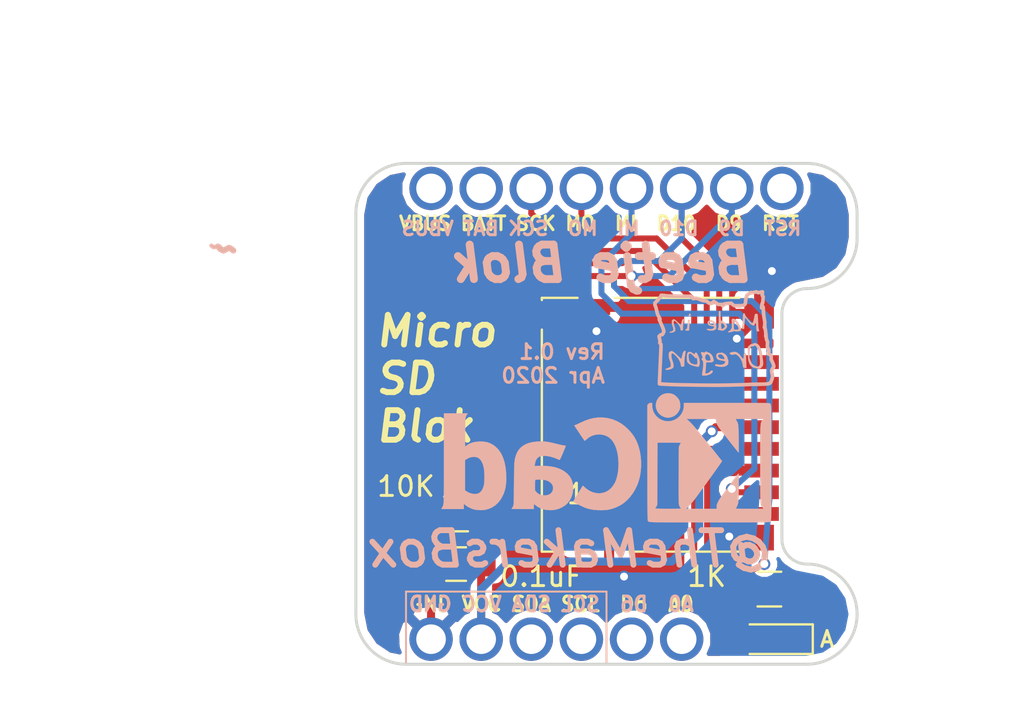
<source format=kicad_pcb>
(kicad_pcb (version 4) (host pcbnew 4.0.6)

  (general
    (links 18)
    (no_connects 0)
    (area 124.206 78.580001 178.970715 114.681001)
    (thickness 1.6)
    (drawings 22)
    (tracks 107)
    (zones 0)
    (modules 9)
    (nets 19)
  )

  (page A)
  (title_block
    (title "Beetje 32U4 Blok")
    (date 2018-08-10)
    (rev 0.0)
    (company www.MakersBox.us)
    (comment 1 648.ken@gmail.com)
  )

  (layers
    (0 F.Cu signal)
    (31 B.Cu signal)
    (32 B.Adhes user)
    (33 F.Adhes user)
    (34 B.Paste user)
    (35 F.Paste user)
    (36 B.SilkS user)
    (37 F.SilkS user)
    (38 B.Mask user)
    (39 F.Mask user)
    (40 Dwgs.User user)
    (41 Cmts.User user)
    (42 Eco1.User user)
    (43 Eco2.User user)
    (44 Edge.Cuts user)
    (45 Margin user)
    (46 B.CrtYd user)
    (47 F.CrtYd user)
    (48 B.Fab user)
    (49 F.Fab user)
  )

  (setup
    (last_trace_width 0.25)
    (user_trace_width 0.3048)
    (user_trace_width 0.4064)
    (user_trace_width 0.6096)
    (trace_clearance 0.2)
    (zone_clearance 0.35)
    (zone_45_only no)
    (trace_min 0.2)
    (segment_width 0.2)
    (edge_width 0.15)
    (via_size 0.6)
    (via_drill 0.4)
    (via_min_size 0.4)
    (via_min_drill 0.3)
    (uvia_size 0.3)
    (uvia_drill 0.1)
    (uvias_allowed no)
    (uvia_min_size 0.2)
    (uvia_min_drill 0.1)
    (pcb_text_width 0.3)
    (pcb_text_size 1.5 1.5)
    (mod_edge_width 0.15)
    (mod_text_size 1 1)
    (mod_text_width 0.15)
    (pad_size 0.75 0.75)
    (pad_drill 0)
    (pad_to_mask_clearance 0)
    (aux_axis_origin 0 0)
    (visible_elements 7FFFFFFF)
    (pcbplotparams
      (layerselection 0x00030_80000001)
      (usegerberextensions false)
      (excludeedgelayer true)
      (linewidth 0.100000)
      (plotframeref false)
      (viasonmask false)
      (mode 1)
      (useauxorigin false)
      (hpglpennumber 1)
      (hpglpenspeed 20)
      (hpglpendiameter 15)
      (hpglpenoverlay 2)
      (psnegative false)
      (psa4output false)
      (plotreference true)
      (plotvalue true)
      (plotinvisibletext false)
      (padsonsilk false)
      (subtractmaskfromsilk false)
      (outputformat 1)
      (mirror false)
      (drillshape 1)
      (scaleselection 1)
      (outputdirectory ""))
  )

  (net 0 "")
  (net 1 GND)
  (net 2 VBUS)
  (net 3 +BATT)
  (net 4 /D10)
  (net 5 /D9)
  (net 6 /SCL)
  (net 7 /SDA)
  (net 8 /A0)
  (net 9 /SCK)
  (net 10 /MOSI)
  (net 11 /MISO)
  (net 12 /~RESET)
  (net 13 VCC)
  (net 14 "Net-(D1-Pad1)")
  (net 15 "Net-(J1-Pad8)")
  (net 16 "Net-(J1-Pad9)")
  (net 17 "Net-(J1-Pad1)")
  (net 18 /D6)

  (net_class Default "This is the default net class."
    (clearance 0.2)
    (trace_width 0.25)
    (via_dia 0.6)
    (via_drill 0.4)
    (uvia_dia 0.3)
    (uvia_drill 0.1)
    (add_net +BATT)
    (add_net /A0)
    (add_net /D10)
    (add_net /D6)
    (add_net /D9)
    (add_net /MISO)
    (add_net /MOSI)
    (add_net /SCK)
    (add_net /SCL)
    (add_net /SDA)
    (add_net /~RESET)
    (add_net GND)
    (add_net "Net-(D1-Pad1)")
    (add_net "Net-(J1-Pad1)")
    (add_net "Net-(J1-Pad8)")
    (add_net "Net-(J1-Pad9)")
    (add_net VBUS)
    (add_net VCC)
  )

  (module Connectors_Card:Hirose_DM3D-SF (layer F.Cu) (tedit 5B773882) (tstamp 5B7739CC)
    (at 161.925 104.14 90)
    (descr "Micro SD, SMD, right-angle, push-pull (https://media.digikey.com/PDF/Data%20Sheets/Hirose%20PDFs/DM3D-SF.pdf)")
    (tags "Micro SD")
    (path /5B772D0A)
    (attr smd)
    (fp_text reference J1 (at 1.016 -8.89 180) (layer F.SilkS)
      (effects (font (size 1 1) (thickness 0.15)))
    )
    (fp_text value Micro_SD_Card_Det (at 4.5 2.5 90) (layer F.Fab)
      (effects (font (size 1 1) (thickness 0.15)))
    )
    (fp_text user KEEPOUT (at 4.25 -5 90) (layer Cmts.User)
      (effects (font (size 1 1) (thickness 0.1)))
    )
    (fp_line (start 10.96 -6.55) (end 10.96 -0.25) (layer F.SilkS) (width 0.12))
    (fp_line (start -1.91 -5.85) (end -1.91 -0.25) (layer F.SilkS) (width 0.12))
    (fp_line (start 10.96 -10.26) (end 10.96 -8.45) (layer F.SilkS) (width 0.12))
    (fp_line (start -1.91 -10.26) (end 9.35 -10.26) (layer F.SilkS) (width 0.12))
    (fp_line (start -1.91 -9.1) (end -1.91 -10.26) (layer F.SilkS) (width 0.12))
    (fp_arc (start 9.5 5.1) (end 10 5.1) (angle 90) (layer F.Fab) (width 0.1))
    (fp_arc (start -0.5 5.1) (end -0.5 5.6) (angle 90) (layer F.Fab) (width 0.1))
    (fp_line (start 10 5.1) (end 10 1.25) (layer F.Fab) (width 0.1))
    (fp_line (start -0.5 5.6) (end 9.5 5.6) (layer F.Fab) (width 0.1))
    (fp_line (start -1 1.25) (end -1 5.1) (layer F.Fab) (width 0.1))
    (fp_arc (start -0.25 -0.05) (end -0.75 -0.05) (angle 90) (layer F.Fab) (width 0.1))
    (fp_arc (start -1 1) (end -0.75 1) (angle 90) (layer F.Fab) (width 0.1))
    (fp_arc (start 9.25 -0.05) (end 9.25 -0.55) (angle 90) (layer F.Fab) (width 0.1))
    (fp_arc (start 10 1) (end 10 1.25) (angle 90) (layer F.Fab) (width 0.1))
    (fp_line (start 10 1.25) (end 10.9 1.25) (layer F.Fab) (width 0.1))
    (fp_line (start 9.75 1) (end 9.75 -0.05) (layer F.Fab) (width 0.1))
    (fp_line (start -0.75 1) (end -0.75 -0.05) (layer F.Fab) (width 0.1))
    (fp_line (start -1.85 1.25) (end -1 1.25) (layer F.Fab) (width 0.1))
    (fp_line (start -0.25 -0.55) (end 9.25 -0.55) (layer F.Fab) (width 0.1))
    (fp_line (start -1 -10.2) (end -1 -11.45) (layer F.Fab) (width 0.1))
    (fp_line (start 8.7 -10.2) (end 8.7 -11.45) (layer F.Fab) (width 0.1))
    (fp_line (start -1 -11.45) (end 8.7 -11.45) (layer F.Fab) (width 0.1))
    (fp_line (start 4.5 -8.35) (end 5 -10.2) (layer Dwgs.User) (width 0.1))
    (fp_line (start 4.5 -10.2) (end 4 -8.35) (layer Dwgs.User) (width 0.1))
    (fp_line (start 3.5 -8.35) (end 4 -10.2) (layer Dwgs.User) (width 0.1))
    (fp_line (start 3.5 -10.2) (end 3 -8.35) (layer Dwgs.User) (width 0.1))
    (fp_line (start 2.6 -8.35) (end 3 -10.2) (layer Dwgs.User) (width 0.1))
    (fp_line (start 5.05 -8.35) (end 5.05 -10.2) (layer Dwgs.User) (width 0.1))
    (fp_line (start 2.55 -10.2) (end 2.55 -8.35) (layer Dwgs.User) (width 0.1))
    (fp_line (start -1.85 -10.2) (end 10.9 -10.2) (layer F.Fab) (width 0.1))
    (fp_line (start 1.3 -6) (end 1.8 -6) (layer Dwgs.User) (width 0.1))
    (fp_line (start 0.6 -4) (end 1.3 -6) (layer Dwgs.User) (width 0.1))
    (fp_line (start 0.3 -6) (end 0.8 -6) (layer Dwgs.User) (width 0.1))
    (fp_line (start -0.4 -4) (end 0.3 -6) (layer Dwgs.User) (width 0.1))
    (fp_line (start -0.4 -6) (end -0.4 -4) (layer Dwgs.User) (width 0.1))
    (fp_text user %R (at 4.5 -3 90) (layer F.Fab)
      (effects (font (size 1 1) (thickness 0.1)))
    )
    (fp_line (start -2.4 1.8) (end -2.4 -11.2) (layer F.CrtYd) (width 0.05))
    (fp_line (start 11.4 1.8) (end -2.4 1.8) (layer F.CrtYd) (width 0.05))
    (fp_line (start 11.4 -11.2) (end 11.4 1.8) (layer F.CrtYd) (width 0.05))
    (fp_line (start -2.4 -11.2) (end 11.4 -11.2) (layer F.CrtYd) (width 0.05))
    (fp_line (start -0.4 -6) (end 8.1 -6) (layer Dwgs.User) (width 0.1))
    (fp_line (start 5.05 -8.35) (end 2.55 -8.35) (layer Dwgs.User) (width 0.1))
    (fp_line (start -0.4 -4) (end 8.1 -4) (layer Dwgs.User) (width 0.1))
    (fp_line (start -1.85 1.25) (end -1.85 -10.2) (layer F.Fab) (width 0.1))
    (fp_line (start 0.1 -4) (end 0.8 -6) (layer Dwgs.User) (width 0.1))
    (fp_line (start 1.1 -4) (end 1.8 -6) (layer Dwgs.User) (width 0.1))
    (fp_line (start 1.6 -4) (end 2.3 -6) (layer Dwgs.User) (width 0.1))
    (fp_line (start 2.1 -4) (end 2.8 -6) (layer Dwgs.User) (width 0.1))
    (fp_line (start 2.6 -4) (end 3.3 -6) (layer Dwgs.User) (width 0.1))
    (fp_line (start 3.1 -4) (end 3.8 -6) (layer Dwgs.User) (width 0.1))
    (fp_line (start 3.6 -4) (end 4.3 -6) (layer Dwgs.User) (width 0.1))
    (fp_line (start 4.1 -4) (end 4.8 -6) (layer Dwgs.User) (width 0.1))
    (fp_line (start 4.6 -4) (end 5.3 -6) (layer Dwgs.User) (width 0.1))
    (fp_line (start 5.1 -4) (end 5.8 -6) (layer Dwgs.User) (width 0.1))
    (fp_line (start 5.6 -4) (end 6.3 -6) (layer Dwgs.User) (width 0.1))
    (fp_line (start 6.1 -4) (end 6.8 -6) (layer Dwgs.User) (width 0.1))
    (fp_line (start 6.6 -4) (end 7.3 -6) (layer Dwgs.User) (width 0.1))
    (fp_line (start 7.1 -4) (end 7.8 -6) (layer Dwgs.User) (width 0.1))
    (fp_line (start 7.6 -4) (end 8.1 -5.45) (layer Dwgs.User) (width 0.1))
    (fp_line (start 8.1 -4) (end 8.1 -6) (layer Dwgs.User) (width 0.1))
    (fp_line (start 10.9 1.25) (end 10.9 -10.2) (layer F.Fab) (width 0.1))
    (fp_line (start 5.05 -10.2) (end 2.55 -10.2) (layer Dwgs.User) (width 0.1))
    (fp_line (start 10.85 -10.26) (end 10.96 -10.26) (layer F.SilkS) (width 0.12))
    (fp_text user KEEPOUT (at 3.8 -9.275 90) (layer Cmts.User)
      (effects (font (size 0.4 0.4) (thickness 0.06)))
    )
    (pad 8 smd rect (at 0 0.875 90) (size 0.7 1.75) (layers F.Cu F.Paste F.Mask)
      (net 15 "Net-(J1-Pad8)"))
    (pad 11 smd rect (at -1.2 0.75 90) (size 1.3 1.5) (layers F.Cu F.Paste F.Mask)
      (net 1 GND))
    (pad 11 smd rect (at -1.45 -6.85 90) (size 0.8 1.5) (layers F.Cu F.Paste F.Mask)
      (net 1 GND))
    (pad 9 smd rect (at -1.125 -8.35 90) (size 1.45 1) (layers F.Cu F.Paste F.Mask)
      (net 16 "Net-(J1-Pad9)"))
    (pad 11 smd rect (at 10.5 -7.5 90) (size 0.8 1.4) (layers F.Cu F.Paste F.Mask)
      (net 1 GND))
    (pad 7 smd rect (at 1.1 0.875 90) (size 0.7 1.75) (layers F.Cu F.Paste F.Mask)
      (net 11 /MISO))
    (pad 6 smd rect (at 2.2 0.875 90) (size 0.7 1.75) (layers F.Cu F.Paste F.Mask)
      (net 1 GND))
    (pad 5 smd rect (at 3.3 0.875 90) (size 0.7 1.75) (layers F.Cu F.Paste F.Mask)
      (net 9 /SCK))
    (pad 4 smd rect (at 4.4 0.875 90) (size 0.7 1.75) (layers F.Cu F.Paste F.Mask)
      (net 13 VCC))
    (pad 3 smd rect (at 5.5 0.875 90) (size 0.7 1.75) (layers F.Cu F.Paste F.Mask)
      (net 10 /MOSI))
    (pad 2 smd rect (at 6.6 0.875 90) (size 0.7 1.75) (layers F.Cu F.Paste F.Mask)
      (net 4 /D10))
    (pad 1 smd rect (at 7.7 0.875 90) (size 0.7 1.75) (layers F.Cu F.Paste F.Mask)
      (net 17 "Net-(J1-Pad1)"))
    (pad 11 smd rect (at 10.15 0.75 90) (size 1.5 1.5) (layers F.Cu F.Paste F.Mask)
      (net 1 GND))
    (pad 10 smd rect (at 10.1 -9.925 90) (size 1 1.55) (layers F.Cu F.Paste F.Mask)
      (net 5 /D9))
    (model ${KISYS3DMOD}/Connectors_Card.3dshapes/Hirose_DM3D-SF.wrl
      (at (xyz 0 0 0))
      (scale (xyz 1 1 1))
      (rotate (xyz 0 0 0))
    )
  )

  (module footprints:KiCad-Logo2_8mm_SilkScreen (layer B.Cu) (tedit 0) (tstamp 5B773E92)
    (at 154.94 101.981 180)
    (descr "KiCad Logo")
    (tags "Logo KiCad")
    (attr virtual)
    (fp_text reference REF*** (at 0 0 180) (layer B.SilkS) hide
      (effects (font (size 1 1) (thickness 0.15)) (justify mirror))
    )
    (fp_text value KiCad-Logo2_8mm_SilkScreen (at 0.75 0 180) (layer B.Fab) hide
      (effects (font (size 1 1) (thickness 0.15)) (justify mirror))
    )
    (fp_poly (pts (xy -3.922722 3.342976) (xy -3.908256 3.191281) (xy -3.866163 3.047997) (xy -3.798393 2.916193)
      (xy -3.706899 2.798942) (xy -3.593635 2.699313) (xy -3.46451 2.622271) (xy -3.323028 2.569521)
      (xy -3.180554 2.544799) (xy -3.039896 2.546316) (xy -2.903864 2.572283) (xy -2.775267 2.62091)
      (xy -2.656914 2.690407) (xy -2.551614 2.778986) (xy -2.462177 2.884857) (xy -2.391412 3.00623)
      (xy -2.342129 3.141317) (xy -2.317135 3.288326) (xy -2.314556 3.354756) (xy -2.314556 3.471835)
      (xy -2.24542 3.471835) (xy -2.197081 3.468047) (xy -2.161271 3.452338) (xy -2.125183 3.420734)
      (xy -2.074083 3.369633) (xy -2.074083 0.451862) (xy -2.074095 0.102862) (xy -2.074138 -0.217332)
      (xy -2.074223 -0.509974) (xy -2.074361 -0.776318) (xy -2.074562 -1.017617) (xy -2.074838 -1.235125)
      (xy -2.0752 -1.430095) (xy -2.075658 -1.60378) (xy -2.076223 -1.757435) (xy -2.076906 -1.892313)
      (xy -2.077717 -2.009668) (xy -2.078669 -2.110753) (xy -2.079771 -2.196821) (xy -2.081035 -2.269127)
      (xy -2.08247 -2.328923) (xy -2.084089 -2.377464) (xy -2.085902 -2.416003) (xy -2.08792 -2.445793)
      (xy -2.090154 -2.468089) (xy -2.092614 -2.484143) (xy -2.095312 -2.49521) (xy -2.098258 -2.502542)
      (xy -2.099699 -2.505005) (xy -2.105241 -2.51434) (xy -2.109947 -2.522923) (xy -2.115045 -2.530784)
      (xy -2.121765 -2.537955) (xy -2.131336 -2.544467) (xy -2.144986 -2.550353) (xy -2.163945 -2.555642)
      (xy -2.189442 -2.560368) (xy -2.222705 -2.56456) (xy -2.264964 -2.568251) (xy -2.317448 -2.571472)
      (xy -2.381386 -2.574254) (xy -2.458007 -2.57663) (xy -2.54854 -2.578629) (xy -2.654214 -2.580284)
      (xy -2.776258 -2.581627) (xy -2.915901 -2.582687) (xy -3.074372 -2.583498) (xy -3.2529 -2.58409)
      (xy -3.452715 -2.584495) (xy -3.675045 -2.584744) (xy -3.921119 -2.584869) (xy -4.192166 -2.584901)
      (xy -4.489416 -2.584871) (xy -4.814097 -2.584811) (xy -5.167438 -2.584752) (xy -5.218541 -2.584746)
      (xy -5.573985 -2.584689) (xy -5.900594 -2.584595) (xy -6.199592 -2.584455) (xy -6.472204 -2.584259)
      (xy -6.719653 -2.583997) (xy -6.943164 -2.58366) (xy -7.14396 -2.583239) (xy -7.323266 -2.582723)
      (xy -7.482307 -2.582104) (xy -7.622306 -2.581371) (xy -7.744487 -2.580515) (xy -7.850075 -2.579526)
      (xy -7.940293 -2.578394) (xy -8.016366 -2.577111) (xy -8.079519 -2.575666) (xy -8.130975 -2.574049)
      (xy -8.171958 -2.572252) (xy -8.203692 -2.570265) (xy -8.227402 -2.568077) (xy -8.244312 -2.565679)
      (xy -8.255646 -2.563063) (xy -8.261448 -2.560841) (xy -8.272714 -2.556088) (xy -8.283058 -2.552578)
      (xy -8.292517 -2.549068) (xy -8.301132 -2.544313) (xy -8.308942 -2.537069) (xy -8.315985 -2.526091)
      (xy -8.322302 -2.510135) (xy -8.327931 -2.487955) (xy -8.332912 -2.458309) (xy -8.337284 -2.419951)
      (xy -8.341086 -2.371637) (xy -8.344358 -2.312122) (xy -8.347139 -2.240163) (xy -8.349467 -2.154513)
      (xy -8.351383 -2.053931) (xy -8.352925 -1.937169) (xy -8.354134 -1.802985) (xy -8.355047 -1.650134)
      (xy -8.355705 -1.477371) (xy -8.356146 -1.283452) (xy -8.356411 -1.067133) (xy -8.356536 -0.827168)
      (xy -8.356564 -0.562314) (xy -8.356533 -0.271326) (xy -8.356481 0.04704) (xy -8.356449 0.39403)
      (xy -8.356449 0.450148) (xy -8.356467 0.800159) (xy -8.356501 1.121364) (xy -8.356515 1.415017)
      (xy -8.356476 1.682372) (xy -8.356351 1.924683) (xy -8.356103 2.143203) (xy -8.3557 2.339187)
      (xy -8.355107 2.513887) (xy -8.354335 2.660237) (xy -7.951149 2.660237) (xy -7.898174 2.583225)
      (xy -7.883302 2.562232) (xy -7.869895 2.543644) (xy -7.857876 2.52588) (xy -7.84717 2.507362)
      (xy -7.837703 2.486509) (xy -7.829397 2.461743) (xy -7.822178 2.431483) (xy -7.815969 2.39415)
      (xy -7.810696 2.348165) (xy -7.806282 2.291948) (xy -7.802652 2.22392) (xy -7.79973 2.1425)
      (xy -7.797441 2.04611) (xy -7.795709 1.93317) (xy -7.794458 1.802101) (xy -7.793614 1.651322)
      (xy -7.793099 1.479254) (xy -7.792839 1.284319) (xy -7.792757 1.064935) (xy -7.792779 0.819524)
      (xy -7.792828 0.546506) (xy -7.79284 0.383255) (xy -7.792808 0.094417) (xy -7.792763 -0.165943)
      (xy -7.792779 -0.399406) (xy -7.792931 -0.607554) (xy -7.793294 -0.791969) (xy -7.793943 -0.954231)
      (xy -7.794953 -1.095922) (xy -7.796399 -1.218624) (xy -7.798355 -1.323917) (xy -7.800896 -1.413383)
      (xy -7.804097 -1.488603) (xy -7.808033 -1.551159) (xy -7.81278 -1.602632) (xy -7.81841 -1.644603)
      (xy -7.825001 -1.678653) (xy -7.832626 -1.706365) (xy -7.84136 -1.729318) (xy -7.851279 -1.749096)
      (xy -7.862456 -1.767278) (xy -7.874967 -1.785446) (xy -7.888888 -1.805182) (xy -7.896997 -1.817019)
      (xy -7.948618 -1.893728) (xy -7.240914 -1.893728) (xy -7.076826 -1.893681) (xy -6.940367 -1.893481)
      (xy -6.829109 -1.893033) (xy -6.740621 -1.892244) (xy -6.672476 -1.89102) (xy -6.622243 -1.889269)
      (xy -6.587493 -1.886897) (xy -6.565798 -1.88381) (xy -6.554727 -1.879916) (xy -6.551851 -1.87512)
      (xy -6.554741 -1.86933) (xy -6.556333 -1.867426) (xy -6.589817 -1.81807) (xy -6.624296 -1.747773)
      (xy -6.655729 -1.665227) (xy -6.666738 -1.630061) (xy -6.672884 -1.606175) (xy -6.678078 -1.578135)
      (xy -6.68243 -1.543165) (xy -6.686048 -1.498489) (xy -6.689043 -1.441329) (xy -6.691523 -1.36891)
      (xy -6.693598 -1.278455) (xy -6.695377 -1.167188) (xy -6.69697 -1.032331) (xy -6.698486 -0.871109)
      (xy -6.698988 -0.811597) (xy -6.700342 -0.644976) (xy -6.701352 -0.506026) (xy -6.701941 -0.392361)
      (xy -6.702031 -0.301596) (xy -6.701544 -0.231344) (xy -6.700403 -0.179219) (xy -6.69853 -0.142834)
      (xy -6.695847 -0.119804) (xy -6.692276 -0.107742) (xy -6.687739 -0.104261) (xy -6.682159 -0.106976)
      (xy -6.676203 -0.112722) (xy -6.662417 -0.129943) (xy -6.63305 -0.168651) (xy -6.590179 -0.22601)
      (xy -6.535882 -0.299181) (xy -6.472237 -0.385326) (xy -6.401323 -0.481609) (xy -6.325216 -0.585192)
      (xy -6.245995 -0.693237) (xy -6.165738 -0.802907) (xy -6.086522 -0.911364) (xy -6.010426 -1.01577)
      (xy -5.939527 -1.113289) (xy -5.875903 -1.201083) (xy -5.821633 -1.276314) (xy -5.778793 -1.336144)
      (xy -5.749462 -1.377737) (xy -5.74338 -1.386567) (xy -5.712864 -1.435698) (xy -5.677172 -1.49959)
      (xy -5.643357 -1.565542) (xy -5.639069 -1.574437) (xy -5.610208 -1.638602) (xy -5.593452 -1.68861)
      (xy -5.585823 -1.736307) (xy -5.584334 -1.792278) (xy -5.585178 -1.893728) (xy -4.048204 -1.893728)
      (xy -4.169575 -1.768938) (xy -4.231879 -1.70251) (xy -4.29883 -1.627316) (xy -4.360132 -1.555063)
      (xy -4.387325 -1.52131) (xy -4.427849 -1.468661) (xy -4.481176 -1.397817) (xy -4.545747 -1.310947)
      (xy -4.620001 -1.210222) (xy -4.702381 -1.097809) (xy -4.791326 -0.975879) (xy -4.885278 -0.846602)
      (xy -4.982678 -0.712146) (xy -5.081965 -0.574681) (xy -5.181581 -0.436377) (xy -5.279967 -0.299403)
      (xy -5.375564 -0.165929) (xy -5.466812 -0.038124) (xy -5.552152 0.081843) (xy -5.630025 0.191801)
      (xy -5.698871 0.289582) (xy -5.757132 0.373016) (xy -5.803249 0.439934) (xy -5.835661 0.488166)
      (xy -5.85281 0.515542) (xy -5.85515 0.521004) (xy -5.844554 0.536083) (xy -5.816868 0.57227)
      (xy -5.773909 0.627299) (xy -5.71749 0.698907) (xy -5.649426 0.784829) (xy -5.571533 0.882802)
      (xy -5.485625 0.990562) (xy -5.393517 1.105845) (xy -5.297023 1.226386) (xy -5.197959 1.349921)
      (xy -5.118438 1.448918) (xy -3.772426 1.448918) (xy -3.764558 1.431667) (xy -3.74548 1.402045)
      (xy -3.744086 1.400072) (xy -3.719073 1.359927) (xy -3.692916 1.310891) (xy -3.687725 1.300059)
      (xy -3.683017 1.288837) (xy -3.678857 1.275366) (xy -3.675203 1.25779) (xy -3.672015 1.234255)
      (xy -3.669255 1.202906) (xy -3.666881 1.161888) (xy -3.664853 1.109348) (xy -3.663132 1.043429)
      (xy -3.661676 0.962277) (xy -3.660447 0.864038) (xy -3.659404 0.746857) (xy -3.658506 0.608879)
      (xy -3.657714 0.448249) (xy -3.656988 0.263112) (xy -3.656287 0.051614) (xy -3.655577 -0.186509)
      (xy -3.65486 -0.432967) (xy -3.654282 -0.651229) (xy -3.653931 -0.843155) (xy -3.653898 -1.010607)
      (xy -3.654272 -1.155449) (xy -3.655143 -1.27954) (xy -3.656601 -1.384744) (xy -3.658736 -1.472922)
      (xy -3.661637 -1.545936) (xy -3.665394 -1.605648) (xy -3.670097 -1.65392) (xy -3.675835 -1.692614)
      (xy -3.682699 -1.723591) (xy -3.690778 -1.748714) (xy -3.700162 -1.769845) (xy -3.71094 -1.788845)
      (xy -3.723203 -1.807576) (xy -3.73452 -1.824175) (xy -3.757334 -1.859182) (xy -3.770843 -1.882593)
      (xy -3.772426 -1.88688) (xy -3.757905 -1.888314) (xy -3.716375 -1.889646) (xy -3.650889 -1.890845)
      (xy -3.564495 -1.891877) (xy -3.460246 -1.892712) (xy -3.341192 -1.893317) (xy -3.210384 -1.89366)
      (xy -3.118639 -1.893728) (xy -2.978855 -1.893434) (xy -2.849924 -1.892593) (xy -2.734758 -1.891263)
      (xy -2.63627 -1.889503) (xy -2.557376 -1.887372) (xy -2.500988 -1.884928) (xy -2.47002 -1.882231)
      (xy -2.464852 -1.880538) (xy -2.4751 -1.860697) (xy -2.485749 -1.850006) (xy -2.503286 -1.827204)
      (xy -2.526237 -1.786929) (xy -2.54211 -1.754231) (xy -2.577574 -1.675799) (xy -2.581668 -0.108964)
      (xy -2.585762 1.45787) (xy -3.179094 1.45787) (xy -3.309323 1.457651) (xy -3.42967 1.457027)
      (xy -3.536932 1.456047) (xy -3.627907 1.454757) (xy -3.699393 1.453208) (xy -3.748186 1.451446)
      (xy -3.771085 1.449521) (xy -3.772426 1.448918) (xy -5.118438 1.448918) (xy -5.09814 1.474187)
      (xy -4.99938 1.596919) (xy -4.903493 1.715853) (xy -4.812296 1.828726) (xy -4.727602 1.933272)
      (xy -4.651227 2.027229) (xy -4.584984 2.108332) (xy -4.53069 2.174316) (xy -4.507838 2.201835)
      (xy -4.392952 2.335851) (xy -4.290971 2.446697) (xy -4.199355 2.536991) (xy -4.115566 2.609349)
      (xy -4.103077 2.619158) (xy -4.050473 2.659904) (xy -4.803864 2.66007) (xy -5.557254 2.660237)
      (xy -5.550213 2.596361) (xy -5.55461 2.520016) (xy -5.583276 2.429118) (xy -5.636496 2.322943)
      (xy -5.696817 2.226708) (xy -5.718409 2.196559) (xy -5.755758 2.146559) (xy -5.806637 2.079558)
      (xy -5.86882 1.998409) (xy -5.940081 1.905962) (xy -6.018192 1.805067) (xy -6.100928 1.698577)
      (xy -6.186063 1.589342) (xy -6.271369 1.480213) (xy -6.354621 1.374041) (xy -6.433592 1.273677)
      (xy -6.506055 1.181973) (xy -6.569785 1.101779) (xy -6.622555 1.035946) (xy -6.662138 0.987326)
      (xy -6.686309 0.95877) (xy -6.690381 0.954379) (xy -6.694188 0.965038) (xy -6.697135 1.00537)
      (xy -6.699217 1.075) (xy -6.700429 1.173553) (xy -6.700766 1.300656) (xy -6.700223 1.455932)
      (xy -6.699013 1.615681) (xy -6.697253 1.791569) (xy -6.695223 1.940333) (xy -6.692593 2.064908)
      (xy -6.689031 2.168229) (xy -6.684206 2.253231) (xy -6.677787 2.322848) (xy -6.669444 2.380016)
      (xy -6.658844 2.427669) (xy -6.645657 2.468743) (xy -6.629552 2.506173) (xy -6.610197 2.542893)
      (xy -6.59065 2.576229) (xy -6.540063 2.660237) (xy -7.951149 2.660237) (xy -8.354335 2.660237)
      (xy -8.354291 2.668558) (xy -8.353218 2.804453) (xy -8.351853 2.922826) (xy -8.350162 3.024931)
      (xy -8.348112 3.112021) (xy -8.345668 3.18535) (xy -8.342796 3.246171) (xy -8.339462 3.29574)
      (xy -8.335633 3.335308) (xy -8.331274 3.36613) (xy -8.326351 3.38946) (xy -8.32083 3.406552)
      (xy -8.314678 3.418658) (xy -8.307859 3.427033) (xy -8.30034 3.43293) (xy -8.292087 3.437604)
      (xy -8.283067 3.442307) (xy -8.275084 3.447058) (xy -8.268117 3.450488) (xy -8.257232 3.453588)
      (xy -8.240972 3.456375) (xy -8.217879 3.458866) (xy -8.186497 3.461077) (xy -8.145368 3.463024)
      (xy -8.093034 3.464724) (xy -8.028039 3.466193) (xy -7.948925 3.467448) (xy -7.854236 3.468506)
      (xy -7.742512 3.469382) (xy -7.612299 3.470093) (xy -7.462137 3.470655) (xy -7.29057 3.471086)
      (xy -7.096141 3.471401) (xy -6.877392 3.471617) (xy -6.632866 3.47175) (xy -6.361105 3.471817)
      (xy -6.079996 3.471835) (xy -3.922722 3.471835) (xy -3.922722 3.342976)) (layer B.SilkS) (width 0.01))
    (fp_poly (pts (xy 0.437258 2.730527) (xy 0.650464 2.702337) (xy 0.868727 2.648897) (xy 1.094796 2.569675)
      (xy 1.331418 2.464144) (xy 1.34642 2.456762) (xy 1.423232 2.41945) (xy 1.49186 2.387395)
      (xy 1.547297 2.362834) (xy 1.584536 2.348008) (xy 1.597278 2.344616) (xy 1.622863 2.337949)
      (xy 1.629003 2.332349) (xy 1.622208 2.318459) (xy 1.600853 2.28346) (xy 1.567396 2.23102)
      (xy 1.524294 2.164806) (xy 1.474008 2.088486) (xy 1.418995 2.005727) (xy 1.361714 1.920199)
      (xy 1.304623 1.835567) (xy 1.250183 1.7555) (xy 1.20085 1.683666) (xy 1.159083 1.623732)
      (xy 1.127342 1.579365) (xy 1.108085 1.554235) (xy 1.105442 1.55132) (xy 1.091971 1.557509)
      (xy 1.062227 1.580377) (xy 1.021527 1.615686) (xy 1.000566 1.63496) (xy 0.872104 1.735186)
      (xy 0.730034 1.808998) (xy 0.576256 1.85573) (xy 0.412672 1.874716) (xy 0.320275 1.873157)
      (xy 0.158995 1.85031) (xy 0.013587 1.802538) (xy -0.116384 1.729492) (xy -0.231353 1.630824)
      (xy -0.331754 1.506185) (xy -0.418022 1.355224) (xy -0.467839 1.239941) (xy -0.526222 1.059276)
      (xy -0.569252 0.862922) (xy -0.59704 0.655943) (xy -0.609695 0.443402) (xy -0.60733 0.230362)
      (xy -0.590055 0.021887) (xy -0.557981 -0.176961) (xy -0.511218 -0.361118) (xy -0.449877 -0.52552)
      (xy -0.4282 -0.571124) (xy -0.33734 -0.723014) (xy -0.230219 -0.851481) (xy -0.108412 -0.955478)
      (xy 0.02651 -1.033958) (xy 0.172971 -1.085874) (xy 0.3294 -1.110179) (xy 0.384608 -1.111967)
      (xy 0.546446 -1.097428) (xy 0.706791 -1.053737) (xy 0.86361 -0.981798) (xy 1.014867 -0.882512)
      (xy 1.136564 -0.778232) (xy 1.198512 -0.718945) (xy 1.439845 -1.114709) (xy 1.499886 -1.213446)
      (xy 1.554789 -1.304262) (xy 1.602606 -1.383895) (xy 1.641391 -1.44908) (xy 1.669194 -1.496554)
      (xy 1.68407 -1.523055) (xy 1.686003 -1.527175) (xy 1.675047 -1.540009) (xy 1.640993 -1.563016)
      (xy 1.588145 -1.594015) (xy 1.520811 -1.630829) (xy 1.443294 -1.671278) (xy 1.359902 -1.713182)
      (xy 1.27494 -1.754363) (xy 1.192714 -1.792642) (xy 1.117529 -1.825838) (xy 1.053691 -1.851775)
      (xy 1.022467 -1.862997) (xy 0.844377 -1.913342) (xy 0.660791 -1.94663) (xy 0.464142 -1.963943)
      (xy 0.295341 -1.967043) (xy 0.204867 -1.965585) (xy 0.117529 -1.962792) (xy 0.041068 -1.959009)
      (xy -0.01677 -1.954578) (xy -0.035549 -1.952337) (xy -0.220628 -1.913947) (xy -0.409051 -1.853877)
      (xy -0.59209 -1.775702) (xy -0.761013 -1.683) (xy -0.864201 -1.612864) (xy -1.033826 -1.468809)
      (xy -1.19133 -1.300302) (xy -1.333795 -1.111508) (xy -1.458303 -0.906591) (xy -1.561938 -0.689715)
      (xy -1.620324 -0.53355) (xy -1.687222 -0.289076) (xy -1.731821 -0.030064) (xy -1.754135 0.237881)
      (xy -1.754179 0.509155) (xy -1.731966 0.778153) (xy -1.687509 1.039271) (xy -1.620824 1.286905)
      (xy -1.615743 1.302334) (xy -1.532022 1.518085) (xy -1.429844 1.715017) (xy -1.305742 1.898701)
      (xy -1.15625 2.074712) (xy -1.09785 2.134973) (xy -0.916596 2.299984) (xy -0.730263 2.436505)
      (xy -0.535991 2.546021) (xy -0.330921 2.630019) (xy -0.11219 2.689985) (xy 0.01503 2.71327)
      (xy 0.226363 2.733995) (xy 0.437258 2.730527)) (layer B.SilkS) (width 0.01))
    (fp_poly (pts (xy 3.559492 1.509029) (xy 3.76175 1.482382) (xy 3.941836 1.437602) (xy 4.100911 1.374331)
      (xy 4.240138 1.292213) (xy 4.343465 1.207591) (xy 4.435116 1.108892) (xy 4.506666 1.002687)
      (xy 4.563786 0.879908) (xy 4.584388 0.822567) (xy 4.601508 0.770669) (xy 4.616422 0.722545)
      (xy 4.629302 0.675754) (xy 4.64032 0.627856) (xy 4.64965 0.576413) (xy 4.657463 0.518984)
      (xy 4.663932 0.45313) (xy 4.66923 0.376411) (xy 4.67353 0.286388) (xy 4.677003 0.18062)
      (xy 4.679823 0.056669) (xy 4.682162 -0.087906) (xy 4.684193 -0.255544) (xy 4.686088 -0.448685)
      (xy 4.687755 -0.638757) (xy 4.689521 -0.846703) (xy 4.691126 -1.026797) (xy 4.692737 -1.181244)
      (xy 4.69452 -1.312249) (xy 4.696643 -1.422017) (xy 4.699272 -1.512753) (xy 4.702576 -1.586662)
      (xy 4.706719 -1.64595) (xy 4.71187 -1.692822) (xy 4.718196 -1.729483) (xy 4.725863 -1.758137)
      (xy 4.735038 -1.78099) (xy 4.745888 -1.800248) (xy 4.758581 -1.818115) (xy 4.773283 -1.836796)
      (xy 4.779009 -1.844029) (xy 4.80007 -1.874436) (xy 4.809438 -1.895142) (xy 4.809468 -1.895754)
      (xy 4.794986 -1.898682) (xy 4.753733 -1.901378) (xy 4.688997 -1.903769) (xy 4.604064 -1.905778)
      (xy 4.502223 -1.907329) (xy 4.38676 -1.908346) (xy 4.260964 -1.908753) (xy 4.246443 -1.908757)
      (xy 3.683419 -1.908757) (xy 3.679076 -1.780858) (xy 3.674734 -1.652958) (xy 3.592071 -1.720841)
      (xy 3.46249 -1.810726) (xy 3.316172 -1.883541) (xy 3.201056 -1.923787) (xy 3.109098 -1.943342)
      (xy 2.998126 -1.956647) (xy 2.878615 -1.963285) (xy 2.761037 -1.962843) (xy 2.655867 -1.954905)
      (xy 2.607633 -1.947298) (xy 2.421218 -1.89689) (xy 2.2529 -1.823874) (xy 2.103896 -1.729337)
      (xy 1.975424 -1.614365) (xy 1.868699 -1.480046) (xy 1.78494 -1.327467) (xy 1.72586 -1.159594)
      (xy 1.709438 -1.084261) (xy 1.699307 -1.001451) (xy 1.694476 -0.901815) (xy 1.693817 -0.856686)
      (xy 1.693904 -0.852446) (xy 2.705656 -0.852446) (xy 2.718029 -0.952367) (xy 2.755556 -1.037343)
      (xy 2.820085 -1.111417) (xy 2.826818 -1.117292) (xy 2.891115 -1.163659) (xy 2.959958 -1.193724)
      (xy 3.040814 -1.209595) (xy 3.141149 -1.21338) (xy 3.165257 -1.21284) (xy 3.236909 -1.209309)
      (xy 3.290203 -1.202098) (xy 3.336823 -1.188566) (xy 3.388452 -1.166072) (xy 3.40262 -1.159178)
      (xy 3.483368 -1.111478) (xy 3.545701 -1.054719) (xy 3.562659 -1.034431) (xy 3.62213 -0.959194)
      (xy 3.62213 -0.698413) (xy 3.621417 -0.593706) (xy 3.619167 -0.516552) (xy 3.615215 -0.464478)
      (xy 3.609396 -0.435009) (xy 3.603958 -0.4264) (xy 3.582755 -0.422188) (xy 3.537778 -0.418697)
      (xy 3.475305 -0.416256) (xy 3.401619 -0.415194) (xy 3.389786 -0.415174) (xy 3.22899 -0.422169)
      (xy 3.092299 -0.443693) (xy 2.977065 -0.480569) (xy 2.880641 -0.53362) (xy 2.807509 -0.596127)
      (xy 2.748201 -0.673195) (xy 2.715285 -0.757135) (xy 2.705656 -0.852446) (xy 1.693904 -0.852446)
      (xy 1.696391 -0.731864) (xy 1.707501 -0.626821) (xy 1.729129 -0.531998) (xy 1.763261 -0.437837)
      (xy 1.795209 -0.368111) (xy 1.873252 -0.241236) (xy 1.977227 -0.124042) (xy 2.10397 -0.018662)
      (xy 2.250318 0.072772) (xy 2.413106 0.148126) (xy 2.589171 0.205268) (xy 2.675266 0.225158)
      (xy 2.856574 0.254587) (xy 3.054208 0.274003) (xy 3.25585 0.282498) (xy 3.424346 0.280325)
      (xy 3.639875 0.2713) (xy 3.629997 0.349822) (xy 3.604311 0.48183) (xy 3.562861 0.589298)
      (xy 3.504501 0.673048) (xy 3.428083 0.733905) (xy 3.332461 0.772692) (xy 3.21649 0.790234)
      (xy 3.079021 0.787353) (xy 3.028462 0.782026) (xy 2.840486 0.748518) (xy 2.658338 0.693887)
      (xy 2.532485 0.643294) (xy 2.472361 0.617499) (xy 2.421194 0.596769) (xy 2.386111 0.583929)
      (xy 2.375875 0.581203) (xy 2.362902 0.59329) (xy 2.340643 0.631858) (xy 2.30889 0.697345)
      (xy 2.267432 0.790184) (xy 2.216061 0.910813) (xy 2.207277 0.931835) (xy 2.167261 1.028115)
      (xy 2.131341 1.115115) (xy 2.101069 1.189031) (xy 2.077996 1.246059) (xy 2.063674 1.282393)
      (xy 2.059538 1.294161) (xy 2.07285 1.300491) (xy 2.107833 1.307517) (xy 2.145474 1.312415)
      (xy 2.185623 1.318748) (xy 2.249246 1.331323) (xy 2.330697 1.348908) (xy 2.424336 1.37027)
      (xy 2.52452 1.394175) (xy 2.562545 1.403525) (xy 2.702419 1.437592) (xy 2.819131 1.464302)
      (xy 2.918435 1.484509) (xy 3.006085 1.499066) (xy 3.087836 1.508827) (xy 3.169441 1.514644)
      (xy 3.256656 1.51737) (xy 3.333898 1.5179) (xy 3.559492 1.509029)) (layer B.SilkS) (width 0.01))
    (fp_poly (pts (xy 8.236474 0.702633) (xy 8.2365 0.390539) (xy 8.236535 0.107038) (xy 8.236631 -0.149336)
      (xy 8.236841 -0.380048) (xy 8.237216 -0.586565) (xy 8.237809 -0.770351) (xy 8.23867 -0.932874)
      (xy 8.239853 -1.075598) (xy 8.241408 -1.19999) (xy 8.243389 -1.307515) (xy 8.245846 -1.39964)
      (xy 8.248833 -1.47783) (xy 8.2524 -1.543551) (xy 8.256599 -1.598269) (xy 8.261484 -1.643449)
      (xy 8.267104 -1.680558) (xy 8.273513 -1.711062) (xy 8.280763 -1.736426) (xy 8.288905 -1.758115)
      (xy 8.29799 -1.777597) (xy 8.308073 -1.796337) (xy 8.319203 -1.8158) (xy 8.326117 -1.827924)
      (xy 8.371736 -1.908757) (xy 7.229231 -1.908757) (xy 7.229231 -1.781006) (xy 7.228257 -1.723273)
      (xy 7.225658 -1.679119) (xy 7.221918 -1.655446) (xy 7.220265 -1.653254) (xy 7.205058 -1.662419)
      (xy 7.174817 -1.686175) (xy 7.144595 -1.711969) (xy 7.071924 -1.766201) (xy 6.979423 -1.820792)
      (xy 6.876839 -1.870725) (xy 6.773919 -1.910987) (xy 6.732843 -1.923833) (xy 6.641649 -1.943225)
      (xy 6.531343 -1.956487) (xy 6.412329 -1.963202) (xy 6.295005 -1.962953) (xy 6.189773 -1.955324)
      (xy 6.139586 -1.947592) (xy 5.95573 -1.896918) (xy 5.786245 -1.820067) (xy 5.632046 -1.717737)
      (xy 5.494044 -1.590628) (xy 5.373151 -1.43944) (xy 5.284214 -1.291927) (xy 5.211165 -1.136483)
      (xy 5.155248 -0.977586) (xy 5.115311 -0.809843) (xy 5.090207 -0.627861) (xy 5.078786 -0.426245)
      (xy 5.077819 -0.323136) (xy 5.080607 -0.247545) (xy 6.18446 -0.247545) (xy 6.184737 -0.371452)
      (xy 6.188615 -0.488199) (xy 6.196154 -0.59082) (xy 6.207411 -0.672349) (xy 6.210851 -0.688779)
      (xy 6.253189 -0.831612) (xy 6.308652 -0.947473) (xy 6.377703 -1.036654) (xy 6.460804 -1.099444)
      (xy 6.558418 -1.136137) (xy 6.67101 -1.147021) (xy 6.799041 -1.13239) (xy 6.883551 -1.111458)
      (xy 6.948978 -1.087241) (xy 7.021043 -1.052828) (xy 7.075178 -1.021272) (xy 7.169113 -0.95954)
      (xy 7.169113 0.57178) (xy 7.079369 0.629784) (xy 6.974823 0.684267) (xy 6.862742 0.719749)
      (xy 6.749411 0.735624) (xy 6.641117 0.731288) (xy 6.544145 0.706135) (xy 6.501603 0.685407)
      (xy 6.424485 0.628162) (xy 6.359305 0.552578) (xy 6.304513 0.455892) (xy 6.258561 0.335342)
      (xy 6.219897 0.188167) (xy 6.218191 0.180355) (xy 6.20465 0.097473) (xy 6.194476 -0.006116)
      (xy 6.187726 -0.123444) (xy 6.18446 -0.247545) (xy 5.080607 -0.247545) (xy 5.088272 -0.039801)
      (xy 5.117488 0.220927) (xy 5.165396 0.458877) (xy 5.231928 0.673876) (xy 5.317015 0.86575)
      (xy 5.420587 1.034326) (xy 5.542575 1.179432) (xy 5.682911 1.300895) (xy 5.743041 1.342102)
      (xy 5.877441 1.416855) (xy 6.014957 1.469591) (xy 6.161524 1.501757) (xy 6.323073 1.514797)
      (xy 6.446231 1.513405) (xy 6.618848 1.498805) (xy 6.768751 1.469761) (xy 6.900278 1.424937)
      (xy 7.017765 1.363) (xy 7.082823 1.317451) (xy 7.12192 1.288275) (xy 7.150798 1.268344)
      (xy 7.161728 1.262485) (xy 7.163878 1.276903) (xy 7.165596 1.317713) (xy 7.1669 1.381253)
      (xy 7.167805 1.46386) (xy 7.168328 1.56187) (xy 7.168487 1.671621) (xy 7.168298 1.789449)
      (xy 7.167778 1.911693) (xy 7.166944 2.034687) (xy 7.165812 2.15477) (xy 7.164399 2.268279)
      (xy 7.162723 2.37155) (xy 7.1608 2.46092) (xy 7.158646 2.532727) (xy 7.15628 2.583307)
      (xy 7.155625 2.592604) (xy 7.145537 2.686353) (xy 7.130145 2.759776) (xy 7.106528 2.822511)
      (xy 7.071767 2.884198) (xy 7.063423 2.896953) (xy 7.030895 2.945799) (xy 8.236213 2.945799)
      (xy 8.236474 0.702633)) (layer B.SilkS) (width 0.01))
    (fp_poly (pts (xy -3.02624 3.958707) (xy -2.898063 3.926438) (xy -2.782789 3.869413) (xy -2.683189 3.789828)
      (xy -2.602035 3.689875) (xy -2.542098 3.571749) (xy -2.507134 3.443525) (xy -2.499344 3.314031)
      (xy -2.51912 3.189071) (xy -2.563988 3.072101) (xy -2.631472 2.966578) (xy -2.719098 2.875958)
      (xy -2.824393 2.803697) (xy -2.944882 2.753252) (xy -3.013135 2.736712) (xy -3.072378 2.726698)
      (xy -3.118046 2.722741) (xy -3.161928 2.72517) (xy -3.215814 2.734316) (xy -3.259877 2.743602)
      (xy -3.384248 2.785553) (xy -3.495647 2.853617) (xy -3.591565 2.945731) (xy -3.669496 3.05983)
      (xy -3.688067 3.096095) (xy -3.709951 3.144513) (xy -3.723675 3.185172) (xy -3.731085 3.227951)
      (xy -3.734027 3.282728) (xy -3.734397 3.344083) (xy -3.728957 3.456394) (xy -3.711096 3.548629)
      (xy -3.677559 3.629342) (xy -3.62509 3.707086) (xy -3.573769 3.766018) (xy -3.478054 3.853645)
      (xy -3.378078 3.914132) (xy -3.267907 3.950347) (xy -3.164549 3.964027) (xy -3.02624 3.958707)) (layer B.SilkS) (width 0.01))
  )

  (module footprints:MadeInOregonRev25 (layer F.Cu) (tedit 0) (tstamp 5B7740E4)
    (at 160.401 95.25)
    (fp_text reference VAL (at 0 0) (layer F.SilkS) hide
      (effects (font (size 1.143 1.143) (thickness 0.1778)))
    )
    (fp_text value MadeInOregonRev25 (at 0 0) (layer F.SilkS) hide
      (effects (font (size 1.143 1.143) (thickness 0.1778)))
    )
    (fp_poly (pts (xy -3.09626 -1.76022) (xy -3.09626 -1.72212) (xy -3.09372 -1.69672) (xy -3.09118 -1.67386)
      (xy -3.0861 -1.65608) (xy -3.07594 -1.63576) (xy -3.0734 -1.62814) (xy -3.0607 -1.6002)
      (xy -3.05054 -1.5748) (xy -3.04038 -1.54432) (xy -3.03022 -1.50876) (xy -3.02006 -1.46304)
      (xy -3.00736 -1.4097) (xy -3.00228 -1.39192) (xy -2.98704 -1.31826) (xy -2.96926 -1.2573)
      (xy -2.95402 -1.20396) (xy -2.9337 -1.15824) (xy -2.91338 -1.1176) (xy -2.91338 -1.74752)
      (xy -2.91338 -1.76276) (xy -2.91084 -1.77546) (xy -2.90322 -1.78816) (xy -2.89052 -1.8034)
      (xy -2.86766 -1.82118) (xy -2.8575 -1.83134) (xy -2.82956 -1.8542) (xy -2.80416 -1.8796)
      (xy -2.78638 -1.90246) (xy -2.77876 -1.91008) (xy -2.76606 -1.92786) (xy -2.74574 -1.95326)
      (xy -2.72034 -1.98374) (xy -2.69494 -2.01422) (xy -2.6924 -2.01676) (xy -2.66954 -2.0447)
      (xy -2.64922 -2.0701) (xy -2.63652 -2.08788) (xy -2.6289 -2.09804) (xy -2.6289 -2.10058)
      (xy -2.62382 -2.10566) (xy -2.60604 -2.10566) (xy -2.58064 -2.10566) (xy -2.55016 -2.10058)
      (xy -2.51968 -2.0955) (xy -2.50952 -2.09296) (xy -2.49682 -2.09042) (xy -2.48412 -2.08534)
      (xy -2.46888 -2.08534) (xy -2.4511 -2.0828) (xy -2.4257 -2.08026) (xy -2.39268 -2.07772)
      (xy -2.35458 -2.07772) (xy -2.30632 -2.07518) (xy -2.2479 -2.07518) (xy -2.17678 -2.07264)
      (xy -2.09296 -2.0701) (xy -2.03962 -2.0701) (xy -1.95326 -2.06756) (xy -1.8669 -2.06756)
      (xy -1.78054 -2.06502) (xy -1.69672 -2.06502) (xy -1.61798 -2.06248) (xy -1.54686 -2.06248)
      (xy -1.48336 -2.06248) (xy -1.4351 -2.06248) (xy -1.4224 -2.06248) (xy -1.22936 -2.06248)
      (xy -1.1684 -2.00152) (xy -1.10744 -1.9431) (xy -1.0668 -1.9431) (xy -1.03886 -1.9431)
      (xy -1.0033 -1.94564) (xy -0.97536 -1.95072) (xy -0.94234 -1.95326) (xy -0.91186 -1.95072)
      (xy -0.87884 -1.94564) (xy -0.8382 -1.93548) (xy -0.79248 -1.9177) (xy -0.7366 -1.89484)
      (xy -0.72136 -1.88976) (xy -0.67818 -1.86944) (xy -0.64516 -1.85674) (xy -0.61722 -1.84912)
      (xy -0.59182 -1.84404) (xy -0.56388 -1.83896) (xy -0.5461 -1.83642) (xy -0.50038 -1.83134)
      (xy -0.46482 -1.82626) (xy -0.43688 -1.81864) (xy -0.41656 -1.80848) (xy -0.39624 -1.79578)
      (xy -0.37592 -1.77546) (xy -0.37338 -1.77292) (xy -0.35052 -1.7526) (xy -0.32512 -1.73482)
      (xy -0.30734 -1.72212) (xy -0.30734 -1.72212) (xy -0.28702 -1.71704) (xy -0.25654 -1.71196)
      (xy -0.22098 -1.70434) (xy -0.18288 -1.7018) (xy -0.14986 -1.69672) (xy -0.12446 -1.69672)
      (xy -0.10922 -1.69926) (xy -0.09652 -1.70688) (xy -0.07366 -1.71958) (xy -0.05334 -1.73736)
      (xy -0.03048 -1.75768) (xy -0.01524 -1.7653) (xy -0.00508 -1.76784) (xy 0 -1.7653)
      (xy 0.01016 -1.75768) (xy 0.03048 -1.74498) (xy 0.05842 -1.7272) (xy 0.0889 -1.70688)
      (xy 0.09652 -1.7018) (xy 0.18288 -1.64846) (xy 0.25908 -1.64592) (xy 0.29464 -1.64338)
      (xy 0.3175 -1.64084) (xy 0.3302 -1.6383) (xy 0.34036 -1.63322) (xy 0.34544 -1.6256)
      (xy 0.34798 -1.62052) (xy 0.3683 -1.59766) (xy 0.39624 -1.58242) (xy 0.42672 -1.5748)
      (xy 0.4318 -1.5748) (xy 0.45974 -1.58242) (xy 0.48768 -1.6002) (xy 0.51562 -1.63068)
      (xy 0.52578 -1.64338) (xy 0.53848 -1.65608) (xy 0.5461 -1.66624) (xy 0.55626 -1.67386)
      (xy 0.56896 -1.68148) (xy 0.58928 -1.68402) (xy 0.61468 -1.6891) (xy 0.65278 -1.69418)
      (xy 0.70104 -1.69672) (xy 0.71628 -1.69926) (xy 0.8255 -1.70942) (xy 0.85598 -1.68148)
      (xy 0.89154 -1.64846) (xy 0.9271 -1.62306) (xy 0.95758 -1.60274) (xy 0.96774 -1.59766)
      (xy 0.9906 -1.59258) (xy 1.02362 -1.5875) (xy 1.0668 -1.58242) (xy 1.11252 -1.57734)
      (xy 1.16332 -1.57226) (xy 1.21158 -1.56972) (xy 1.2573 -1.56972) (xy 1.25984 -1.56972)
      (xy 1.3081 -1.56972) (xy 1.35128 -1.5748) (xy 1.39446 -1.57988) (xy 1.44272 -1.59004)
      (xy 1.48844 -1.6002) (xy 1.52146 -1.61036) (xy 1.54686 -1.62306) (xy 1.56972 -1.63576)
      (xy 1.59258 -1.65608) (xy 1.61798 -1.68148) (xy 1.63576 -1.7018) (xy 1.651 -1.72212)
      (xy 1.65862 -1.74498) (xy 1.66624 -1.77292) (xy 1.67386 -1.80848) (xy 1.6764 -1.85166)
      (xy 1.68148 -1.90246) (xy 1.6891 -1.9812) (xy 1.7018 -2.04978) (xy 1.72212 -2.10566)
      (xy 1.74752 -2.15138) (xy 1.75006 -2.15646) (xy 1.77546 -2.18186) (xy 1.81356 -2.2098)
      (xy 1.82626 -2.21742) (xy 1.8542 -2.23012) (xy 1.87706 -2.24028) (xy 1.89484 -2.24282)
      (xy 1.9177 -2.24282) (xy 1.92024 -2.24282) (xy 1.95834 -2.24282) (xy 2.00152 -2.25044)
      (xy 2.032 -2.25806) (xy 2.0701 -2.27076) (xy 2.09804 -2.27584) (xy 2.11582 -2.27838)
      (xy 2.13106 -2.2733) (xy 2.1463 -2.26822) (xy 2.15392 -2.26314) (xy 2.1844 -2.2479)
      (xy 2.22758 -2.24282) (xy 2.27584 -2.2479) (xy 2.29108 -2.25298) (xy 2.31394 -2.25806)
      (xy 2.33426 -2.26314) (xy 2.34188 -2.26314) (xy 2.34188 -2.25806) (xy 2.34442 -2.23774)
      (xy 2.34442 -2.21488) (xy 2.34442 -2.21234) (xy 2.34442 -2.1844) (xy 2.34696 -2.16408)
      (xy 2.35204 -2.1463) (xy 2.36474 -2.12852) (xy 2.3876 -2.0955) (xy 2.37998 -1.97612)
      (xy 2.37744 -1.9304) (xy 2.37236 -1.89738) (xy 2.36982 -1.87198) (xy 2.36474 -1.8542)
      (xy 2.35966 -1.83896) (xy 2.35204 -1.82372) (xy 2.34696 -1.8161) (xy 2.33172 -1.78562)
      (xy 2.3241 -1.75768) (xy 2.3241 -1.73736) (xy 2.32156 -1.70942) (xy 2.31902 -1.68656)
      (xy 2.31648 -1.67894) (xy 2.31394 -1.66116) (xy 2.30886 -1.63576) (xy 2.30886 -1.60274)
      (xy 2.30886 -1.59004) (xy 2.30886 -1.55702) (xy 2.30886 -1.5367) (xy 2.31394 -1.52146)
      (xy 2.32156 -1.5113) (xy 2.33172 -1.4986) (xy 2.33426 -1.49606) (xy 2.35458 -1.48082)
      (xy 2.3749 -1.4732) (xy 2.37744 -1.47066) (xy 2.3876 -1.47066) (xy 2.39268 -1.46558)
      (xy 2.39776 -1.45034) (xy 2.4003 -1.42494) (xy 2.40284 -1.39192) (xy 2.40538 -1.35382)
      (xy 2.40538 -1.33096) (xy 2.40792 -1.28778) (xy 2.413 -1.2319) (xy 2.42062 -1.16078)
      (xy 2.43332 -1.07442) (xy 2.4511 -0.97536) (xy 2.4511 -0.96774) (xy 2.45872 -0.92456)
      (xy 2.4638 -0.88392) (xy 2.46888 -0.85344) (xy 2.47142 -0.83058) (xy 2.47396 -0.82296)
      (xy 2.47396 -0.81026) (xy 2.47142 -0.7874) (xy 2.47142 -0.75692) (xy 2.46888 -0.72644)
      (xy 2.46888 -0.69342) (xy 2.46634 -0.66294) (xy 2.4638 -0.64262) (xy 2.46126 -0.635)
      (xy 2.4511 -0.6096) (xy 2.44856 -0.57912) (xy 2.4511 -0.54864) (xy 2.46126 -0.52324)
      (xy 2.4765 -0.51054) (xy 2.48412 -0.49784) (xy 2.49174 -0.47244) (xy 2.5019 -0.4318)
      (xy 2.50952 -0.37592) (xy 2.51968 -0.30734) (xy 2.5273 -0.2286) (xy 2.53238 -0.16764)
      (xy 2.53746 -0.1143) (xy 2.54254 -0.0635) (xy 2.54762 -0.02032) (xy 2.5527 0.01524)
      (xy 2.55524 0.04064) (xy 2.55778 0.05334) (xy 2.56794 0.07366) (xy 2.5781 0.1016)
      (xy 2.58826 0.127) (xy 2.59588 0.14732) (xy 2.6035 0.16256) (xy 2.60604 0.18034)
      (xy 2.60858 0.20066) (xy 2.60858 0.22606) (xy 2.60604 0.25908) (xy 2.6035 0.3048)
      (xy 2.6035 0.32512) (xy 2.60096 0.37084) (xy 2.60096 0.4064) (xy 2.60604 0.43434)
      (xy 2.61366 0.45974) (xy 2.62636 0.48768) (xy 2.64668 0.5207) (xy 2.66446 0.5588)
      (xy 2.67462 0.58674) (xy 2.6797 0.61468) (xy 2.67462 0.64262) (xy 2.66446 0.68072)
      (xy 2.65938 0.69088) (xy 2.64668 0.72898) (xy 2.63906 0.75946) (xy 2.63906 0.77978)
      (xy 2.6416 0.79756) (xy 2.64922 0.8128) (xy 2.64922 0.81534) (xy 2.66446 0.83058)
      (xy 2.68986 0.84836) (xy 2.72034 0.86614) (xy 2.75336 0.87884) (xy 2.77368 0.88646)
      (xy 2.794 0.89154) (xy 2.794 0.98044) (xy 2.794 1.07188) (xy 2.82448 1.13538)
      (xy 2.8575 1.20396) (xy 2.8829 1.26238) (xy 2.90322 1.31064) (xy 2.91592 1.3462)
      (xy 2.921 1.36652) (xy 2.92354 1.3843) (xy 2.92354 1.39954) (xy 2.91592 1.41478)
      (xy 2.90068 1.4351) (xy 2.90068 1.43764) (xy 2.87274 1.47828) (xy 2.84988 1.51638)
      (xy 2.8321 1.5621) (xy 2.82448 1.59004) (xy 2.80924 1.64338) (xy 2.8321 1.74244)
      (xy 2.84734 1.80848) (xy 2.85496 1.86182) (xy 2.86004 1.90754) (xy 2.86004 1.94818)
      (xy 2.85242 1.98628) (xy 2.84226 2.02438) (xy 2.84226 2.02438) (xy 2.82702 2.06756)
      (xy 2.81432 2.10566) (xy 2.79908 2.13868) (xy 2.78892 2.16154) (xy 2.77876 2.1717)
      (xy 2.77876 2.17424) (xy 2.7686 2.17678) (xy 2.74828 2.1844) (xy 2.74066 2.18948)
      (xy 2.7178 2.1971) (xy 2.68224 2.20472) (xy 2.63398 2.2098) (xy 2.57302 2.21234)
      (xy 2.49682 2.21488) (xy 2.40792 2.21742) (xy 2.30632 2.21742) (xy 2.29616 2.21742)
      (xy 2.24028 2.21996) (xy 2.17424 2.21996) (xy 2.10058 2.2225) (xy 2.02184 2.2225)
      (xy 1.9431 2.22504) (xy 1.86944 2.23012) (xy 1.84912 2.23012) (xy 1.6129 2.23774)
      (xy 1.38684 2.2479) (xy 1.16332 2.25298) (xy 0.9398 2.25806) (xy 0.71882 2.26314)
      (xy 0.4953 2.26568) (xy 0.26924 2.26822) (xy 0.03556 2.26822) (xy -0.2032 2.26822)
      (xy -0.45466 2.26822) (xy -0.71628 2.26568) (xy -0.84836 2.26314) (xy -1.03378 2.2606)
      (xy -1.20396 2.25806) (xy -1.36144 2.25552) (xy -1.50622 2.25298) (xy -1.64084 2.25044)
      (xy -1.7653 2.2479) (xy -1.88214 2.24536) (xy -1.98882 2.24282) (xy -2.08788 2.23774)
      (xy -2.17932 2.2352) (xy -2.26822 2.23266) (xy -2.35204 2.22758) (xy -2.39776 2.22504)
      (xy -2.46126 2.2225) (xy -2.51968 2.21742) (xy -2.57302 2.21488) (xy -2.61874 2.21234)
      (xy -2.65176 2.2098) (xy -2.67462 2.2098) (xy -2.68732 2.2098) (xy -2.68732 2.2098)
      (xy -2.68732 2.20218) (xy -2.68478 2.17932) (xy -2.68478 2.1463) (xy -2.68224 2.09804)
      (xy -2.6797 2.03962) (xy -2.67716 1.97104) (xy -2.67208 1.8923) (xy -2.66954 1.80594)
      (xy -2.66446 1.70942) (xy -2.65938 1.60782) (xy -2.65684 1.50114) (xy -2.65176 1.38684)
      (xy -2.64414 1.27) (xy -2.64414 1.25476) (xy -2.63906 1.11506) (xy -2.63398 0.98806)
      (xy -2.6289 0.87376) (xy -2.62382 0.77216) (xy -2.61874 0.68326) (xy -2.6162 0.60452)
      (xy -2.61366 0.53848) (xy -2.61112 0.47752) (xy -2.61112 0.42926) (xy -2.61112 0.38608)
      (xy -2.61112 0.35306) (xy -2.61112 0.32258) (xy -2.61112 0.29972) (xy -2.61366 0.28194)
      (xy -2.6162 0.2667) (xy -2.61874 0.25654) (xy -2.62128 0.24638) (xy -2.62636 0.23876)
      (xy -2.63144 0.23368) (xy -2.63652 0.22606) (xy -2.6416 0.21844) (xy -2.6543 0.2032)
      (xy -2.66192 0.18796) (xy -2.66446 0.17272) (xy -2.66192 0.14732) (xy -2.66192 0.13716)
      (xy -2.66192 0.1016) (xy -2.66446 0.06858) (xy -2.67462 0.02794) (xy -2.67462 0.0254)
      (xy -2.68732 -0.01778) (xy -2.69494 -0.04826) (xy -2.69748 -0.07112) (xy -2.69748 -0.08382)
      (xy -2.69494 -0.09398) (xy -2.68732 -0.09906) (xy -2.68732 -0.1016) (xy -2.66954 -0.10668)
      (xy -2.64668 -0.1143) (xy -2.63652 -0.1143) (xy -2.60858 -0.12192) (xy -2.58572 -0.13208)
      (xy -2.5654 -0.14732) (xy -2.54762 -0.17018) (xy -2.52476 -0.20574) (xy -2.50698 -0.2413)
      (xy -2.4638 -0.3302) (xy -2.47142 -0.40894) (xy -2.4765 -0.43942) (xy -2.48158 -0.46736)
      (xy -2.4892 -0.49276) (xy -2.49682 -0.5207) (xy -2.50952 -0.55626) (xy -2.52984 -0.59944)
      (xy -2.53492 -0.61214) (xy -2.55524 -0.66294) (xy -2.5781 -0.71374) (xy -2.60096 -0.76708)
      (xy -2.62128 -0.8128) (xy -2.63144 -0.83058) (xy -2.64668 -0.86868) (xy -2.65938 -0.89662)
      (xy -2.667 -0.91694) (xy -2.66954 -0.92964) (xy -2.667 -0.9398) (xy -2.667 -0.94996)
      (xy -2.65938 -0.97536) (xy -2.65938 -1.00584) (xy -2.66954 -1.03886) (xy -2.68732 -1.0795)
      (xy -2.71272 -1.12776) (xy -2.71526 -1.1303) (xy -2.73812 -1.17094) (xy -2.75844 -1.2065)
      (xy -2.77368 -1.23698) (xy -2.78384 -1.26746) (xy -2.79654 -1.30048) (xy -2.8067 -1.34112)
      (xy -2.81686 -1.38684) (xy -2.82702 -1.43256) (xy -2.84226 -1.49606) (xy -2.85496 -1.54686)
      (xy -2.86512 -1.5875) (xy -2.87528 -1.62052) (xy -2.88544 -1.64846) (xy -2.89306 -1.67132)
      (xy -2.90068 -1.68148) (xy -2.9083 -1.70942) (xy -2.91338 -1.7399) (xy -2.91338 -1.74752)
      (xy -2.91338 -1.1176) (xy -2.91084 -1.11506) (xy -2.90576 -1.09982) (xy -2.88798 -1.07188)
      (xy -2.87782 -1.04902) (xy -2.87274 -1.03632) (xy -2.87274 -1.02616) (xy -2.87782 -1.016)
      (xy -2.88036 -0.99822) (xy -2.8829 -0.98044) (xy -2.87782 -0.95758) (xy -2.8702 -0.92964)
      (xy -2.85496 -0.89408) (xy -2.83464 -0.84582) (xy -2.8194 -0.81534) (xy -2.78384 -0.73406)
      (xy -2.74828 -0.65786) (xy -2.72034 -0.58928) (xy -2.69494 -0.52832) (xy -2.67462 -0.47752)
      (xy -2.66192 -0.43688) (xy -2.6543 -0.40894) (xy -2.6543 -0.4064) (xy -2.64922 -0.37846)
      (xy -2.65176 -0.36068) (xy -2.65684 -0.34036) (xy -2.66446 -0.32766) (xy -2.67462 -0.30734)
      (xy -2.68732 -0.29464) (xy -2.70256 -0.28702) (xy -2.72542 -0.28194) (xy -2.73812 -0.2794)
      (xy -2.75336 -0.27686) (xy -2.77114 -0.2667) (xy -2.78892 -0.25146) (xy -2.81686 -0.22606)
      (xy -2.82448 -0.2159) (xy -2.84988 -0.1905) (xy -2.86766 -0.17272) (xy -2.87782 -0.16002)
      (xy -2.8829 -0.14732) (xy -2.8829 -0.13208) (xy -2.8829 -0.12192) (xy -2.88036 -0.06858)
      (xy -2.86766 -0.00762) (xy -2.85242 0.05588) (xy -2.8448 0.08382) (xy -2.84226 0.10668)
      (xy -2.84226 0.12954) (xy -2.8448 0.16002) (xy -2.84734 0.1651) (xy -2.84988 0.19812)
      (xy -2.84988 0.22606) (xy -2.84226 0.24892) (xy -2.82448 0.27686) (xy -2.8067 0.29972)
      (xy -2.78384 0.32766) (xy -2.82702 1.3081) (xy -2.8321 1.42748) (xy -2.83718 1.54432)
      (xy -2.84226 1.65608) (xy -2.84734 1.76276) (xy -2.84988 1.86182) (xy -2.85496 1.95326)
      (xy -2.8575 2.03708) (xy -2.86004 2.11074) (xy -2.86258 2.17424) (xy -2.86512 2.22758)
      (xy -2.86512 2.26822) (xy -2.86512 2.29616) (xy -2.86512 2.3114) (xy -2.86512 2.3114)
      (xy -2.85496 2.3368) (xy -2.83464 2.35966) (xy -2.81178 2.3749) (xy -2.8067 2.37744)
      (xy -2.794 2.37998) (xy -2.76606 2.38252) (xy -2.72796 2.38506) (xy -2.6797 2.39014)
      (xy -2.62128 2.39268) (xy -2.55778 2.39776) (xy -2.48412 2.4003) (xy -2.40792 2.40538)
      (xy -2.32664 2.40792) (xy -2.24536 2.413) (xy -2.16154 2.41554) (xy -2.08026 2.41808)
      (xy -1.99898 2.42062) (xy -1.92278 2.42316) (xy -1.85166 2.4257) (xy -1.80848 2.42824)
      (xy -1.74752 2.42824) (xy -1.67386 2.43078) (xy -1.59004 2.43078) (xy -1.4986 2.43332)
      (xy -1.397 2.43586) (xy -1.29032 2.43586) (xy -1.1811 2.4384) (xy -1.0668 2.4384)
      (xy -0.95504 2.44094) (xy -0.84582 2.44348) (xy -0.80264 2.44348) (xy -0.70104 2.44348)
      (xy -0.59944 2.44602) (xy -0.50038 2.44602) (xy -0.40386 2.44856) (xy -0.31496 2.44856)
      (xy -0.23114 2.44856) (xy -0.15748 2.4511) (xy -0.09398 2.4511) (xy -0.04064 2.4511)
      (xy 0 2.4511) (xy 0.02286 2.4511) (xy 0.05842 2.4511) (xy 0.10922 2.4511)
      (xy 0.17018 2.4511) (xy 0.2413 2.4511) (xy 0.3175 2.4511) (xy 0.39878 2.44856)
      (xy 0.4826 2.44856) (xy 0.56642 2.44602) (xy 0.60198 2.44602) (xy 0.75692 2.44348)
      (xy 0.90678 2.4384) (xy 1.0541 2.43586) (xy 1.1938 2.43078) (xy 1.32588 2.42824)
      (xy 1.45034 2.42316) (xy 1.56464 2.42062) (xy 1.66624 2.41808) (xy 1.7526 2.413)
      (xy 1.77038 2.413) (xy 1.82626 2.41046) (xy 1.8923 2.40792) (xy 1.96342 2.40792)
      (xy 2.03454 2.40538) (xy 2.10312 2.40538) (xy 2.12852 2.40538) (xy 2.19456 2.40538)
      (xy 2.26822 2.40284) (xy 2.3495 2.40284) (xy 2.42824 2.39776) (xy 2.50444 2.39522)
      (xy 2.54254 2.39522) (xy 2.75844 2.38252) (xy 2.82956 2.3495) (xy 2.86258 2.33172)
      (xy 2.88798 2.31902) (xy 2.90576 2.30632) (xy 2.91084 2.30124) (xy 2.92608 2.28092)
      (xy 2.94132 2.25044) (xy 2.96164 2.2098) (xy 2.97942 2.16662) (xy 2.9972 2.12344)
      (xy 3.01244 2.08534) (xy 3.02514 2.0447) (xy 3.03276 2.01168) (xy 3.03784 1.98628)
      (xy 3.04038 1.9558) (xy 3.04038 1.93548) (xy 3.0353 1.86182) (xy 3.0226 1.778)
      (xy 3.00736 1.70434) (xy 2.99974 1.66878) (xy 2.99974 1.64084) (xy 3.00736 1.61036)
      (xy 3.0226 1.57734) (xy 3.04546 1.53924) (xy 3.0607 1.52146) (xy 3.08356 1.4859)
      (xy 3.0988 1.4605) (xy 3.10642 1.4351) (xy 3.10896 1.4097) (xy 3.10642 1.37668)
      (xy 3.0988 1.33858) (xy 3.09118 1.3081) (xy 3.07848 1.26746) (xy 3.0607 1.22174)
      (xy 3.04038 1.1684) (xy 3.01498 1.1176) (xy 2.99466 1.07442) (xy 2.98704 1.05664)
      (xy 2.97942 1.0414) (xy 2.97688 1.02362) (xy 2.97434 1.0033) (xy 2.97434 0.97282)
      (xy 2.97434 0.93218) (xy 2.97434 0.9271) (xy 2.9718 0.87884) (xy 2.96926 0.8382)
      (xy 2.96418 0.81026) (xy 2.95148 0.7874) (xy 2.9337 0.76708) (xy 2.90576 0.7493)
      (xy 2.86766 0.72898) (xy 2.84734 0.71882) (xy 2.84734 0.7112) (xy 2.84988 0.69342)
      (xy 2.85496 0.66802) (xy 2.8575 0.6604) (xy 2.86258 0.61468) (xy 2.86258 0.5842)
      (xy 2.86258 0.57658) (xy 2.84988 0.5334) (xy 2.82956 0.48768) (xy 2.8067 0.44196)
      (xy 2.79908 0.42926) (xy 2.79146 0.41656) (xy 2.78638 0.40386) (xy 2.7813 0.38862)
      (xy 2.7813 0.37084) (xy 2.7813 0.34798) (xy 2.7813 0.3175) (xy 2.78638 0.27432)
      (xy 2.79146 0.22098) (xy 2.79146 0.21844) (xy 2.79146 0.19304) (xy 2.79146 0.16764)
      (xy 2.78384 0.1397) (xy 2.77622 0.11176) (xy 2.76352 0.07874) (xy 2.75336 0.04826)
      (xy 2.7432 0.0254) (xy 2.74066 0.02032) (xy 2.73558 0.00762) (xy 2.7305 -0.0127)
      (xy 2.72796 -0.04064) (xy 2.72288 -0.07874) (xy 2.7178 -0.12954) (xy 2.71272 -0.1905)
      (xy 2.7051 -0.25908) (xy 2.69748 -0.32512) (xy 2.68986 -0.38862) (xy 2.6797 -0.44958)
      (xy 2.67208 -0.50292) (xy 2.66446 -0.5461) (xy 2.6543 -0.57658) (xy 2.65176 -0.58674)
      (xy 2.65176 -0.60452) (xy 2.6543 -0.6223) (xy 2.65684 -0.6477) (xy 2.65176 -0.68326)
      (xy 2.65176 -0.68326) (xy 2.64668 -0.71628) (xy 2.64922 -0.75184) (xy 2.65176 -0.76962)
      (xy 2.6543 -0.79248) (xy 2.65684 -0.8128) (xy 2.6543 -0.83566) (xy 2.65176 -0.8636)
      (xy 2.64414 -0.90424) (xy 2.6416 -0.91948) (xy 2.62382 -1.01346) (xy 2.61112 -1.09982)
      (xy 2.60096 -1.1811) (xy 2.59334 -1.26238) (xy 2.58572 -1.35128) (xy 2.58064 -1.42748)
      (xy 2.5781 -1.49352) (xy 2.57302 -1.54432) (xy 2.57048 -1.58496) (xy 2.5654 -1.61544)
      (xy 2.56286 -1.6383) (xy 2.55524 -1.65608) (xy 2.54762 -1.66878) (xy 2.53746 -1.6764)
      (xy 2.52984 -1.68402) (xy 2.51714 -1.69418) (xy 2.51206 -1.70688) (xy 2.5146 -1.72466)
      (xy 2.52222 -1.75006) (xy 2.53238 -1.77546) (xy 2.53238 -1.77546) (xy 2.54 -1.78816)
      (xy 2.54254 -1.79832) (xy 2.54762 -1.81102) (xy 2.55016 -1.8288) (xy 2.5527 -1.85166)
      (xy 2.55524 -1.88214) (xy 2.55778 -1.92532) (xy 2.56286 -1.97866) (xy 2.56286 -2.0066)
      (xy 2.57302 -2.159) (xy 2.54762 -2.18948) (xy 2.52222 -2.21996) (xy 2.52984 -2.29616)
      (xy 2.53238 -2.34442) (xy 2.53238 -2.37998) (xy 2.52984 -2.40538) (xy 2.51968 -2.4257)
      (xy 2.50698 -2.44094) (xy 2.50444 -2.44348) (xy 2.4892 -2.45618) (xy 2.47142 -2.46126)
      (xy 2.44856 -2.4638) (xy 2.42062 -2.4638) (xy 2.38252 -2.45618) (xy 2.33172 -2.44602)
      (xy 2.32664 -2.44348) (xy 2.2352 -2.42316) (xy 2.19964 -2.44348) (xy 2.17424 -2.45618)
      (xy 2.15138 -2.4638) (xy 2.12344 -2.4638) (xy 2.09296 -2.45872) (xy 2.04978 -2.4511)
      (xy 2.0193 -2.44348) (xy 1.98374 -2.43332) (xy 1.9558 -2.4257) (xy 1.93802 -2.42316)
      (xy 1.92024 -2.4257) (xy 1.90754 -2.42824) (xy 1.88722 -2.43078) (xy 1.86944 -2.43078)
      (xy 1.84912 -2.42824) (xy 1.82372 -2.41808) (xy 1.79324 -2.40284) (xy 1.76022 -2.38506)
      (xy 1.71958 -2.3622) (xy 1.6891 -2.34442) (xy 1.66624 -2.32664) (xy 1.64846 -2.3114)
      (xy 1.63068 -2.29362) (xy 1.6129 -2.27076) (xy 1.59258 -2.2479) (xy 1.57734 -2.22504)
      (xy 1.56718 -2.20472) (xy 1.55702 -2.17932) (xy 1.54432 -2.1463) (xy 1.53162 -2.10312)
      (xy 1.52908 -2.09296) (xy 1.51638 -2.0447) (xy 1.50876 -2.00406) (xy 1.50368 -1.96596)
      (xy 1.4986 -1.92278) (xy 1.4986 -1.90754) (xy 1.49606 -1.86182) (xy 1.49352 -1.8288)
      (xy 1.4859 -1.80594) (xy 1.4732 -1.7907) (xy 1.45288 -1.778) (xy 1.4224 -1.77038)
      (xy 1.39446 -1.76276) (xy 1.3335 -1.7526) (xy 1.26238 -1.74752) (xy 1.18364 -1.75006)
      (xy 1.10998 -1.75768) (xy 1.03124 -1.7653) (xy 0.9652 -1.82372) (xy 0.9398 -1.84912)
      (xy 0.9144 -1.8669) (xy 0.89408 -1.88214) (xy 0.88392 -1.88722) (xy 0.86868 -1.88722)
      (xy 0.84328 -1.88722) (xy 0.80518 -1.88722) (xy 0.762 -1.88214) (xy 0.7112 -1.8796)
      (xy 0.6604 -1.87452) (xy 0.6096 -1.86944) (xy 0.56642 -1.86436) (xy 0.52324 -1.85674)
      (xy 0.49276 -1.85166) (xy 0.47244 -1.8415) (xy 0.45974 -1.83642) (xy 0.44958 -1.8288)
      (xy 0.43942 -1.82372) (xy 0.42418 -1.82118) (xy 0.40386 -1.82118) (xy 0.37592 -1.82118)
      (xy 0.33782 -1.82118) (xy 0.23622 -1.82372) (xy 0.13208 -1.8923) (xy 0.09398 -1.9177)
      (xy 0.06096 -1.93802) (xy 0.03302 -1.9558) (xy 0.0127 -1.96596) (xy 0.00508 -1.97104)
      (xy -0.02286 -1.97866) (xy -0.04826 -1.97358) (xy -0.07874 -1.95834) (xy -0.1143 -1.92786)
      (xy -0.11684 -1.92532) (xy -0.1397 -1.905) (xy -0.15748 -1.8923) (xy -0.17272 -1.88468)
      (xy -0.18796 -1.88214) (xy -0.19304 -1.88214) (xy -0.21082 -1.88468) (xy -0.22352 -1.88722)
      (xy -0.2413 -1.89992) (xy -0.26162 -1.9177) (xy -0.27178 -1.92786) (xy -0.30226 -1.95326)
      (xy -0.33528 -1.97358) (xy -0.37338 -1.98882) (xy -0.41656 -1.99898) (xy -0.47244 -2.00914)
      (xy -0.50038 -2.01168) (xy -0.53848 -2.01676) (xy -0.56896 -2.02438) (xy -0.59944 -2.03454)
      (xy -0.635 -2.04724) (xy -0.66548 -2.05994) (xy -0.70866 -2.07772) (xy -0.75692 -2.0955)
      (xy -0.80264 -2.11074) (xy -0.83058 -2.11836) (xy -0.86868 -2.12598) (xy -0.89662 -2.1336)
      (xy -0.91948 -2.1336) (xy -0.94234 -2.1336) (xy -0.97282 -2.13106) (xy -1.03378 -2.12344)
      (xy -1.0922 -2.17678) (xy -1.12776 -2.2098) (xy -1.1557 -2.23012) (xy -1.17348 -2.2352)
      (xy -1.18618 -2.23774) (xy -1.21412 -2.23774) (xy -1.24968 -2.24028) (xy -1.2954 -2.24028)
      (xy -1.3462 -2.24028) (xy -1.40208 -2.24028) (xy -1.40462 -2.24028) (xy -1.48844 -2.24028)
      (xy -1.57734 -2.24282) (xy -1.66878 -2.24282) (xy -1.76022 -2.24282) (xy -1.85166 -2.24536)
      (xy -1.94056 -2.2479) (xy -2.02438 -2.2479) (xy -2.10566 -2.25044) (xy -2.18186 -2.25298)
      (xy -2.25044 -2.25552) (xy -2.30886 -2.25806) (xy -2.35966 -2.2606) (xy -2.39776 -2.26314)
      (xy -2.42316 -2.26568) (xy -2.43586 -2.26822) (xy -2.45364 -2.27076) (xy -2.48666 -2.27584)
      (xy -2.52476 -2.28092) (xy -2.5654 -2.28346) (xy -2.58572 -2.286) (xy -2.63144 -2.28854)
      (xy -2.66446 -2.29108) (xy -2.68732 -2.29108) (xy -2.7051 -2.29108) (xy -2.7178 -2.28854)
      (xy -2.72796 -2.28346) (xy -2.7305 -2.28092) (xy -2.7559 -2.2606) (xy -2.77876 -2.22758)
      (xy -2.78892 -2.19202) (xy -2.79654 -2.17678) (xy -2.81178 -2.15392) (xy -2.8321 -2.13106)
      (xy -2.83718 -2.12344) (xy -2.86258 -2.09296) (xy -2.88544 -2.06502) (xy -2.90576 -2.04216)
      (xy -2.9083 -2.03708) (xy -2.92354 -2.0193) (xy -2.94894 -1.9939) (xy -2.97688 -1.96596)
      (xy -3.00482 -1.93802) (xy -3.03276 -1.91262) (xy -3.05816 -1.88976) (xy -3.07594 -1.87198)
      (xy -3.0861 -1.85928) (xy -3.0861 -1.85928) (xy -3.09118 -1.8415) (xy -3.09626 -1.81102)
      (xy -3.09626 -1.77038) (xy -3.09626 -1.76022) (xy -3.09626 -1.76022)) (layer B.SilkS) (width 0.00254))
    (fp_poly (pts (xy -0.67056 0.70358) (xy -0.67056 0.72136) (xy -0.66802 0.72644) (xy -0.66548 0.74676)
      (xy -0.65532 0.7747) (xy -0.64262 0.80772) (xy -0.63246 0.83312) (xy -0.61468 0.8763)
      (xy -0.60198 0.90932) (xy -0.59436 0.93218) (xy -0.59182 0.94996) (xy -0.5969 0.9652)
      (xy -0.60198 0.9779) (xy -0.61722 0.99568) (xy -0.63246 1.01092) (xy -0.64516 1.02362)
      (xy -0.6477 1.03632) (xy -0.64262 1.05156) (xy -0.62484 1.07188) (xy -0.6223 1.07696)
      (xy -0.59944 1.10236) (xy -0.5842 1.12522) (xy -0.57404 1.14554) (xy -0.56896 1.17348)
      (xy -0.56388 1.2065) (xy -0.56134 1.24968) (xy -0.56134 1.26238) (xy -0.56134 1.31572)
      (xy -0.56134 1.36652) (xy -0.56642 1.41986) (xy -0.5715 1.47828) (xy -0.58166 1.54686)
      (xy -0.59182 1.62306) (xy -0.59944 1.66116) (xy -0.60706 1.71704) (xy -0.61468 1.76022)
      (xy -0.61722 1.79324) (xy -0.61976 1.8161) (xy -0.61722 1.83388) (xy -0.61468 1.84658)
      (xy -0.6096 1.85674) (xy -0.6096 1.85928) (xy -0.60198 1.8669) (xy -0.59436 1.86944)
      (xy -0.58166 1.87198) (xy -0.56134 1.87452) (xy -0.53086 1.87452) (xy -0.51308 1.87452)
      (xy -0.47752 1.87452) (xy -0.45974 1.87198) (xy -0.45974 0.94234) (xy -0.45212 0.89662)
      (xy -0.43688 0.85344) (xy -0.41402 0.81788) (xy -0.40894 0.81026) (xy -0.38354 0.79502)
      (xy -0.35306 0.79248) (xy -0.32258 0.8001) (xy -0.2921 0.81788) (xy -0.26162 0.84582)
      (xy -0.23622 0.87884) (xy -0.21844 0.91948) (xy -0.21336 0.92964) (xy -0.20828 0.9525)
      (xy -0.2032 0.98044) (xy -0.19812 1.01092) (xy -0.19304 1.0414) (xy -0.1905 1.06934)
      (xy -0.18796 1.08712) (xy -0.1905 1.09728) (xy -0.20066 1.09982) (xy -0.22098 1.1049)
      (xy -0.24892 1.10998) (xy -0.2794 1.11252) (xy -0.30734 1.11506) (xy -0.3302 1.1176)
      (xy -0.34036 1.1176) (xy -0.36322 1.10998) (xy -0.38862 1.09474) (xy -0.39878 1.08458)
      (xy -0.4191 1.06172) (xy -0.43688 1.03886) (xy -0.44196 1.02616) (xy -0.4572 0.98806)
      (xy -0.45974 0.94234) (xy -0.45974 1.87198) (xy -0.4445 1.87198) (xy -0.42164 1.87198)
      (xy -0.41148 1.86944) (xy -0.37338 1.86182) (xy -0.3302 1.85166) (xy -0.28448 1.83642)
      (xy -0.24384 1.82372) (xy -0.21336 1.80848) (xy -0.20828 1.80848) (xy -0.17018 1.78562)
      (xy -0.13462 1.75768) (xy -0.10414 1.7272) (xy -0.08382 1.69926) (xy -0.07112 1.67386)
      (xy -0.07112 1.651) (xy -0.07112 1.651) (xy -0.08382 1.63068) (xy -0.10414 1.6129)
      (xy -0.12446 1.60528) (xy -0.12446 1.60528) (xy -0.1397 1.6129) (xy -0.16256 1.62814)
      (xy -0.19558 1.65608) (xy -0.20066 1.65862) (xy -0.24384 1.69672) (xy -0.28702 1.72466)
      (xy -0.3302 1.74498) (xy -0.37084 1.75768) (xy -0.40386 1.76276) (xy -0.4318 1.75514)
      (xy -0.43942 1.75006) (xy -0.44958 1.74244) (xy -0.45212 1.73482) (xy -0.45212 1.71958)
      (xy -0.44704 1.69672) (xy -0.4445 1.69418) (xy -0.44196 1.67386) (xy -0.43688 1.64338)
      (xy -0.4318 1.60274) (xy -0.42926 1.55194) (xy -0.42418 1.4859) (xy -0.4191 1.4097)
      (xy -0.41402 1.31826) (xy -0.41148 1.29286) (xy -0.4064 1.20142) (xy -0.27178 1.20142)
      (xy -0.21336 1.20142) (xy -0.17018 1.20142) (xy -0.13462 1.19888) (xy -0.10668 1.19126)
      (xy -0.08636 1.18364) (xy -0.06858 1.1684) (xy -0.0508 1.15316) (xy -0.04572 1.14808)
      (xy -0.03048 1.12776) (xy -0.0254 1.11506) (xy -0.0254 1.09474) (xy -0.02794 1.08458)
      (xy -0.04318 0.99822) (xy -0.06858 0.92202) (xy -0.1016 0.85598) (xy -0.14224 0.8001)
      (xy -0.1524 0.78994) (xy -0.18796 0.75692) (xy -0.22352 0.73406) (xy -0.26416 0.71374)
      (xy -0.29718 0.70104) (xy -0.3302 0.68834) (xy -0.36322 0.6731) (xy -0.37846 0.66548)
      (xy -0.4191 0.64262) (xy -0.44704 0.66548) (xy -0.4699 0.68326) (xy -0.49022 0.69596)
      (xy -0.51308 0.6985) (xy -0.54102 0.69596) (xy -0.57404 0.69088) (xy -0.60706 0.68326)
      (xy -0.62992 0.68326) (xy -0.64516 0.68326) (xy -0.65532 0.6858) (xy -0.66802 0.69342)
      (xy -0.67056 0.70358) (xy -0.67056 0.70358)) (layer B.SilkS) (width 0.00254))
    (fp_poly (pts (xy -2.47904 1.55448) (xy -2.47142 1.56464) (xy -2.47142 1.56718) (xy -2.45364 1.5748)
      (xy -2.4257 1.57988) (xy -2.39014 1.58242) (xy -2.3495 1.57988) (xy -2.30886 1.57734)
      (xy -2.29108 1.57226) (xy -2.24536 1.5621) (xy -2.1971 1.54686) (xy -2.15392 1.52654)
      (xy -2.11836 1.50622) (xy -2.0955 1.49098) (xy -2.08026 1.47828) (xy -2.07264 1.46558)
      (xy -2.06756 1.44526) (xy -2.06248 1.41986) (xy -2.05994 1.41224) (xy -2.0574 1.35636)
      (xy -2.06248 1.30048) (xy -2.07518 1.23698) (xy -2.09804 1.16586) (xy -2.10312 1.14808)
      (xy -2.13106 1.0668) (xy -2.15138 0.99568) (xy -2.16408 0.93218) (xy -2.16916 0.87376)
      (xy -2.16916 0.86614) (xy -2.16662 0.81788) (xy -2.159 0.77978) (xy -2.1463 0.75692)
      (xy -2.12598 0.74676) (xy -2.10058 0.75184) (xy -2.0955 0.75184) (xy -2.07772 0.76454)
      (xy -2.04978 0.78486) (xy -2.0193 0.81026) (xy -1.98628 0.8382) (xy -1.95326 0.86868)
      (xy -1.92278 0.89662) (xy -1.91516 0.90678) (xy -1.8415 0.99314) (xy -1.78308 1.08458)
      (xy -1.73736 1.17602) (xy -1.70688 1.27) (xy -1.69672 1.3335) (xy -1.69164 1.36398)
      (xy -1.68402 1.39192) (xy -1.6764 1.4097) (xy -1.6764 1.4097) (xy -1.66878 1.41986)
      (xy -1.66116 1.4224) (xy -1.64592 1.42494) (xy -1.62306 1.4224) (xy -1.59258 1.41732)
      (xy -1.55702 1.41224) (xy -1.51892 1.40462) (xy -1.51384 1.32334) (xy -1.5113 1.28016)
      (xy -1.5113 1.22936) (xy -1.50876 1.1811) (xy -1.50876 1.16078) (xy -1.50876 1.11252)
      (xy -1.50622 1.06426) (xy -1.50114 1.016) (xy -1.49606 0.96266) (xy -1.4859 0.89916)
      (xy -1.47574 0.82804) (xy -1.46812 0.78232) (xy -1.4605 0.7366) (xy -1.45542 0.69596)
      (xy -1.45034 0.6604) (xy -1.4478 0.63754) (xy -1.4478 0.62484) (xy -1.4478 0.6223)
      (xy -1.45796 0.61468) (xy -1.47574 0.61214) (xy -1.50114 0.61722) (xy -1.52654 0.62992)
      (xy -1.54686 0.64516) (xy -1.56464 0.66548) (xy -1.57988 0.69342) (xy -1.59512 0.73152)
      (xy -1.61036 0.77978) (xy -1.62306 0.84328) (xy -1.6256 0.84836) (xy -1.6383 0.9017)
      (xy -1.64592 0.94488) (xy -1.65608 0.97536) (xy -1.66116 0.99568) (xy -1.66624 1.00838)
      (xy -1.67132 1.01346) (xy -1.6764 1.016) (xy -1.6764 1.016) (xy -1.68402 1.01092)
      (xy -1.7018 0.99568) (xy -1.7272 0.97536) (xy -1.75768 0.94742) (xy -1.79324 0.9144)
      (xy -1.83134 0.8763) (xy -1.83388 0.87376) (xy -1.89992 0.81026) (xy -1.9558 0.75946)
      (xy -2.00152 0.71628) (xy -2.04216 0.68326) (xy -2.07772 0.65786) (xy -2.10566 0.64008)
      (xy -2.13106 0.62992) (xy -2.15392 0.62484) (xy -2.17678 0.62738) (xy -2.19964 0.63246)
      (xy -2.2225 0.64516) (xy -2.24282 0.65786) (xy -2.26822 0.67564) (xy -2.286 0.69342)
      (xy -2.29616 0.71882) (xy -2.30378 0.7493) (xy -2.30632 0.78994) (xy -2.30886 0.83566)
      (xy -2.30632 0.90424) (xy -2.30124 0.96266) (xy -2.28854 1.01346) (xy -2.27076 1.0668)
      (xy -2.26314 1.08712) (xy -2.24028 1.14808) (xy -2.2225 1.20904) (xy -2.21234 1.26746)
      (xy -2.20472 1.3208) (xy -2.20726 1.36906) (xy -2.21234 1.39954) (xy -2.21996 1.41732)
      (xy -2.23266 1.43256) (xy -2.25298 1.4478) (xy -2.28092 1.4605) (xy -2.31902 1.47574)
      (xy -2.3622 1.49098) (xy -2.39776 1.50368) (xy -2.42824 1.51638) (xy -2.45364 1.52908)
      (xy -2.4638 1.5367) (xy -2.4765 1.54686) (xy -2.47904 1.55448) (xy -2.47904 1.55448)) (layer B.SilkS) (width 0.00254))
    (fp_poly (pts (xy 1.69672 0.45974) (xy 1.69672 0.49784) (xy 1.69672 0.54356) (xy 1.69926 0.59944)
      (xy 1.7018 0.65786) (xy 1.7018 0.72136) (xy 1.70434 0.78486) (xy 1.70688 0.84836)
      (xy 1.70942 0.90678) (xy 1.71196 0.96012) (xy 1.7145 1.0033) (xy 1.71704 1.03886)
      (xy 1.71958 1.05664) (xy 1.7272 1.11252) (xy 1.74244 1.16332) (xy 1.7526 1.19634)
      (xy 1.76784 1.22936) (xy 1.78054 1.26238) (xy 1.78562 1.27762) (xy 1.78562 0.90424)
      (xy 1.78562 0.86614) (xy 1.78816 0.81788) (xy 1.78816 0.77978) (xy 1.7907 0.70358)
      (xy 1.79578 0.63754) (xy 1.80086 0.5842) (xy 1.80848 0.54102) (xy 1.8161 0.50292)
      (xy 1.8288 0.47244) (xy 1.83642 0.4572) (xy 1.85674 0.42418) (xy 1.8796 0.40386)
      (xy 1.91262 0.39116) (xy 1.95326 0.38862) (xy 1.95326 0.38862) (xy 1.9812 0.38862)
      (xy 1.99898 0.38354) (xy 2.01168 0.37592) (xy 2.01676 0.37084) (xy 2.03708 0.35306)
      (xy 2.05994 0.35052) (xy 2.0828 0.36068) (xy 2.11074 0.38354) (xy 2.11836 0.39116)
      (xy 2.15646 0.43942) (xy 2.19202 0.50038) (xy 2.2225 0.57404) (xy 2.25044 0.65532)
      (xy 2.2733 0.74676) (xy 2.286 0.80772) (xy 2.29362 0.86614) (xy 2.30124 0.92964)
      (xy 2.30632 0.99568) (xy 2.3114 1.06172) (xy 2.31394 1.12522) (xy 2.31648 1.18364)
      (xy 2.31648 1.23698) (xy 2.31394 1.28016) (xy 2.30886 1.31064) (xy 2.30886 1.31572)
      (xy 2.29362 1.34874) (xy 2.26822 1.37922) (xy 2.24028 1.39954) (xy 2.22758 1.40208)
      (xy 2.20726 1.40716) (xy 2.19202 1.4097) (xy 2.17424 1.4097) (xy 2.15138 1.40716)
      (xy 2.14376 1.40462) (xy 2.09296 1.38938) (xy 2.03962 1.36398) (xy 1.98882 1.3335)
      (xy 1.94564 1.29794) (xy 1.91008 1.25984) (xy 1.90246 1.24968) (xy 1.88976 1.22682)
      (xy 1.87452 1.1938) (xy 1.85674 1.15316) (xy 1.83896 1.10998) (xy 1.82118 1.0668)
      (xy 1.80594 1.02616) (xy 1.79578 0.99568) (xy 1.79578 0.99314) (xy 1.79324 0.97536)
      (xy 1.78816 0.95504) (xy 1.78816 0.93218) (xy 1.78562 0.90424) (xy 1.78562 1.27762)
      (xy 1.7907 1.29286) (xy 1.79324 1.29794) (xy 1.81356 1.33096) (xy 1.84404 1.36906)
      (xy 1.88468 1.40462) (xy 1.93294 1.44018) (xy 1.94818 1.4478) (xy 1.9685 1.4605)
      (xy 1.98882 1.47066) (xy 2.00914 1.47828) (xy 2.032 1.4859) (xy 2.06248 1.49098)
      (xy 2.10058 1.4986) (xy 2.15138 1.50876) (xy 2.159 1.50876) (xy 2.20726 1.51638)
      (xy 2.24028 1.52146) (xy 2.26822 1.524) (xy 2.28854 1.52146) (xy 2.30632 1.51892)
      (xy 2.3241 1.5113) (xy 2.32918 1.50876) (xy 2.3622 1.48844) (xy 2.39776 1.4605)
      (xy 2.42824 1.42748) (xy 2.4511 1.39446) (xy 2.45364 1.38938) (xy 2.46634 1.36398)
      (xy 2.47396 1.33604) (xy 2.47904 1.3081) (xy 2.48158 1.27254) (xy 2.48158 1.2319)
      (xy 2.47904 1.18364) (xy 2.47396 1.12522) (xy 2.46634 1.05664) (xy 2.45618 0.97536)
      (xy 2.44856 0.92964) (xy 2.43332 0.81788) (xy 2.413 0.71882) (xy 2.39522 0.62992)
      (xy 2.3749 0.55626) (xy 2.35458 0.49022) (xy 2.32918 0.43434) (xy 2.30378 0.38354)
      (xy 2.27584 0.3429) (xy 2.25044 0.31242) (xy 2.20472 0.27178) (xy 2.15392 0.24384)
      (xy 2.09804 0.2286) (xy 2.0447 0.22352) (xy 2.01676 0.22606) (xy 1.99898 0.23114)
      (xy 1.9812 0.2413) (xy 1.9812 0.24384) (xy 1.9558 0.25908) (xy 1.92024 0.2667)
      (xy 1.91262 0.26924) (xy 1.87706 0.27432) (xy 1.84404 0.28956) (xy 1.81102 0.31242)
      (xy 1.77292 0.34544) (xy 1.75006 0.3683) (xy 1.72466 0.3937) (xy 1.70942 0.41148)
      (xy 1.7018 0.42672) (xy 1.69672 0.43942) (xy 1.69672 0.45466) (xy 1.69672 0.45974)
      (xy 1.69672 0.45974)) (layer B.SilkS) (width 0.00254))
    (fp_poly (pts (xy 0.77978 0.74168) (xy 0.7874 0.75946) (xy 0.8001 0.7747) (xy 0.83566 0.80264)
      (xy 0.87376 0.81788) (xy 0.91948 0.82042) (xy 0.97028 0.81026) (xy 0.98298 0.80772)
      (xy 1.0287 0.79502) (xy 1.07188 0.79248) (xy 1.10998 0.80264) (xy 1.15062 0.8255)
      (xy 1.1938 0.86106) (xy 1.22428 0.889) (xy 1.28778 0.96266) (xy 1.33858 1.03378)
      (xy 1.37922 1.10998) (xy 1.4097 1.18872) (xy 1.43256 1.27762) (xy 1.44526 1.34366)
      (xy 1.45288 1.39446) (xy 1.4605 1.43002) (xy 1.46812 1.45542) (xy 1.47574 1.46812)
      (xy 1.48336 1.4732) (xy 1.49352 1.47574) (xy 1.51638 1.47828) (xy 1.54686 1.48336)
      (xy 1.56464 1.48336) (xy 1.6383 1.48844) (xy 1.63322 1.45034) (xy 1.63068 1.4351)
      (xy 1.63068 1.40462) (xy 1.62814 1.36398) (xy 1.6256 1.31572) (xy 1.6256 1.2573)
      (xy 1.62306 1.19634) (xy 1.62052 1.1303) (xy 1.62052 1.10998) (xy 1.62052 1.04394)
      (xy 1.61798 0.98044) (xy 1.61544 0.92456) (xy 1.6129 0.87376) (xy 1.61036 0.83312)
      (xy 1.61036 0.80264) (xy 1.60782 0.78486) (xy 1.60782 0.78232) (xy 1.59512 0.7493)
      (xy 1.57734 0.73152) (xy 1.55702 0.72644) (xy 1.5367 0.73406) (xy 1.52146 0.74422)
      (xy 1.50114 0.76962) (xy 1.49098 0.79502) (xy 1.48844 0.82296) (xy 1.49098 0.84582)
      (xy 1.49098 0.87122) (xy 1.49098 0.9017) (xy 1.48844 0.93218) (xy 1.4859 0.9652)
      (xy 1.48082 0.9906) (xy 1.47574 1.00838) (xy 1.47066 1.016) (xy 1.45796 1.01092)
      (xy 1.44018 0.99568) (xy 1.41986 0.97536) (xy 1.39446 0.94996) (xy 1.37414 0.92456)
      (xy 1.35382 0.89916) (xy 1.34112 0.88138) (xy 1.34112 0.87884) (xy 1.31826 0.84074)
      (xy 1.28778 0.80264) (xy 1.24714 0.76454) (xy 1.20142 0.72898) (xy 1.1557 0.6985)
      (xy 1.11252 0.67818) (xy 1.1049 0.67564) (xy 1.06426 0.66802) (xy 1.016 0.66548)
      (xy 0.96012 0.67056) (xy 0.9017 0.68072) (xy 0.87884 0.68834) (xy 0.83312 0.70104)
      (xy 0.80264 0.71374) (xy 0.78486 0.72644) (xy 0.77978 0.74168) (xy 0.77978 0.74168)) (layer B.SilkS) (width 0.00254))
    (fp_poly (pts (xy 0.0381 1.34112) (xy 0.0381 1.35636) (xy 0.04572 1.36652) (xy 0.0635 1.37922)
      (xy 0.06604 1.38176) (xy 0.1016 1.39446) (xy 0.14732 1.40716) (xy 0.20066 1.41732)
      (xy 0.25908 1.42494) (xy 0.32004 1.43002) (xy 0.381 1.43256) (xy 0.43688 1.43002)
      (xy 0.4826 1.42494) (xy 0.49784 1.4224) (xy 0.55626 1.40462) (xy 0.6096 1.37922)
      (xy 0.65532 1.34874) (xy 0.68834 1.31572) (xy 0.70358 1.29032) (xy 0.7112 1.26746)
      (xy 0.71374 1.23444) (xy 0.71628 1.20142) (xy 0.71882 1.16332) (xy 0.71628 1.12522)
      (xy 0.71374 1.0922) (xy 0.70866 1.0668) (xy 0.70104 1.04902) (xy 0.69342 1.04648)
      (xy 0.68834 1.03886) (xy 0.68072 1.02362) (xy 0.67564 1.00076) (xy 0.6731 0.98044)
      (xy 0.6731 0.97028) (xy 0.66802 0.94996) (xy 0.65786 0.91948) (xy 0.64008 0.889)
      (xy 0.6223 0.85598) (xy 0.60198 0.83058) (xy 0.59944 0.83058) (xy 0.57658 0.80772)
      (xy 0.5461 0.78232) (xy 0.508 0.75692) (xy 0.47244 0.73406) (xy 0.43942 0.71882)
      (xy 0.42672 0.71374) (xy 0.4064 0.7112) (xy 0.37846 0.7112) (xy 0.3429 0.7112)
      (xy 0.32004 0.71374) (xy 0.2667 0.71628) (xy 0.22606 0.72136) (xy 0.19558 0.72644)
      (xy 0.17272 0.7366) (xy 0.15494 0.74676) (xy 0.14732 0.75438) (xy 0.11938 0.78486)
      (xy 0.10414 0.82042) (xy 0.09906 0.8636) (xy 0.09906 0.88392) (xy 0.10668 0.94488)
      (xy 0.127 0.99314) (xy 0.15748 1.03124) (xy 0.19558 1.06172) (xy 0.19558 0.85598)
      (xy 0.20828 0.83312) (xy 0.23114 0.8128) (xy 0.26162 0.8001) (xy 0.29718 0.79248)
      (xy 0.33782 0.79502) (xy 0.35306 0.8001) (xy 0.38608 0.81534) (xy 0.4191 0.84328)
      (xy 0.45212 0.87884) (xy 0.4826 0.92202) (xy 0.50546 0.96774) (xy 0.508 0.9779)
      (xy 0.51562 1.0033) (xy 0.51816 1.02108) (xy 0.51308 1.03378) (xy 0.50038 1.0414)
      (xy 0.47498 1.0414) (xy 0.43942 1.03632) (xy 0.39116 1.02616) (xy 0.3683 1.02362)
      (xy 0.33528 1.01346) (xy 0.3048 1.0033) (xy 0.28194 0.99568) (xy 0.27432 0.9906)
      (xy 0.254 0.97282) (xy 0.23368 0.94742) (xy 0.21336 0.91948) (xy 0.20066 0.89408)
      (xy 0.19812 0.88392) (xy 0.19558 0.85598) (xy 0.19558 1.06172) (xy 0.19812 1.06172)
      (xy 0.2286 1.07442) (xy 0.24892 1.08204) (xy 0.26924 1.08966) (xy 0.28956 1.09474)
      (xy 0.3175 1.09982) (xy 0.35306 1.10744) (xy 0.39878 1.11506) (xy 0.41656 1.1176)
      (xy 0.4699 1.12776) (xy 0.51054 1.13792) (xy 0.53848 1.15316) (xy 0.55372 1.1684)
      (xy 0.55626 1.18872) (xy 0.54864 1.21158) (xy 0.54864 1.21412) (xy 0.52578 1.2446)
      (xy 0.49022 1.27254) (xy 0.4445 1.29794) (xy 0.39624 1.31318) (xy 0.34036 1.3208)
      (xy 0.27686 1.3208) (xy 0.2032 1.31064) (xy 0.18796 1.3081) (xy 0.14986 1.30048)
      (xy 0.12446 1.2954) (xy 0.10668 1.2954) (xy 0.09398 1.2954) (xy 0.08128 1.29794)
      (xy 0.06858 1.30556) (xy 0.0508 1.31572) (xy 0.04064 1.33096) (xy 0.0381 1.34112)
      (xy 0.0381 1.34112)) (layer B.SilkS) (width 0.00254))
    (fp_poly (pts (xy -1.38938 0.9398) (xy -1.38684 0.9906) (xy -1.38684 1.03886) (xy -1.3843 1.08458)
      (xy -1.38176 1.12522) (xy -1.37668 1.1557) (xy -1.37414 1.1684) (xy -1.36144 1.19634)
      (xy -1.33096 1.2319) (xy -1.31826 1.2446) (xy -1.29794 1.26238) (xy -1.29794 0.9017)
      (xy -1.29794 0.85598) (xy -1.2954 0.82042) (xy -1.29286 0.81788) (xy -1.28016 0.78994)
      (xy -1.26238 0.76708) (xy -1.23952 0.75184) (xy -1.22174 0.74676) (xy -1.2065 0.75184)
      (xy -1.18618 0.762) (xy -1.16078 0.77978) (xy -1.16078 0.77978) (xy -1.13792 0.8001)
      (xy -1.10998 0.82296) (xy -1.08204 0.8509) (xy -1.05156 0.87884) (xy -1.02616 0.90678)
      (xy -1.00584 0.92964) (xy -0.9906 0.94996) (xy -0.98552 0.96012) (xy -0.98298 0.97028)
      (xy -0.96774 0.9779) (xy -0.94234 0.98044) (xy -0.92456 0.98044) (xy -0.88646 0.98298)
      (xy -0.8763 1.016) (xy -0.87122 1.03632) (xy -0.86614 1.06934) (xy -0.86106 1.1049)
      (xy -0.85852 1.12268) (xy -0.85598 1.17348) (xy -0.85598 1.2192) (xy -0.86106 1.25476)
      (xy -0.86868 1.2827) (xy -0.87884 1.29286) (xy -0.9017 1.30556) (xy -0.93218 1.31064)
      (xy -0.97536 1.3081) (xy -1.02616 1.29794) (xy -1.06934 1.28778) (xy -1.12522 1.26746)
      (xy -1.1684 1.24714) (xy -1.20396 1.2192) (xy -1.22936 1.18618) (xy -1.25222 1.14554)
      (xy -1.26492 1.10744) (xy -1.27762 1.05918) (xy -1.28778 1.00584) (xy -1.2954 0.9525)
      (xy -1.29794 0.9017) (xy -1.29794 1.26238) (xy -1.27508 1.2827) (xy -1.22174 1.31572)
      (xy -1.15824 1.3462) (xy -1.08458 1.3716) (xy -0.99822 1.397) (xy -0.9271 1.41224)
      (xy -0.889 1.41986) (xy -0.85598 1.42748) (xy -0.83058 1.43256) (xy -0.81534 1.4351)
      (xy -0.8128 1.4351) (xy -0.80264 1.42748) (xy -0.78994 1.41478) (xy -0.77724 1.39954)
      (xy -0.75692 1.36906) (xy -0.74422 1.3335) (xy -0.7366 1.29286) (xy -0.73152 1.24206)
      (xy -0.73152 1.22174) (xy -0.7366 1.14046) (xy -0.74676 1.06426) (xy -0.76454 0.9906)
      (xy -0.79248 0.9144) (xy -0.8255 0.84074) (xy -0.84074 0.80772) (xy -0.85598 0.77724)
      (xy -0.86614 0.75438) (xy -0.87122 0.74168) (xy -0.88138 0.7239) (xy -0.90424 0.7112)
      (xy -0.92964 0.70612) (xy -0.9525 0.7112) (xy -0.97282 0.72136) (xy -0.97282 0.72136)
      (xy -0.98044 0.7366) (xy -0.98552 0.75692) (xy -0.98552 0.75946) (xy -0.9906 0.77978)
      (xy -1.0033 0.78994) (xy -1.01854 0.78486) (xy -1.04394 0.76962) (xy -1.04648 0.76708)
      (xy -1.1049 0.7239) (xy -1.1557 0.69342) (xy -1.20142 0.6731) (xy -1.24206 0.66548)
      (xy -1.27762 0.66802) (xy -1.31318 0.68326) (xy -1.32334 0.68834) (xy -1.3462 0.70866)
      (xy -1.36144 0.7366) (xy -1.37414 0.77216) (xy -1.38176 0.82042) (xy -1.38684 0.85344)
      (xy -1.38684 0.89408) (xy -1.38938 0.9398) (xy -1.38938 0.9398)) (layer B.SilkS) (width 0.00254))
    (fp_poly (pts (xy -2.27076 -0.31496) (xy -2.26568 -0.30734) (xy -2.2606 -0.30226) (xy -2.24028 -0.29972)
      (xy -2.21234 -0.29972) (xy -2.17678 -0.30226) (xy -2.14122 -0.3048) (xy -2.1209 -0.30988)
      (xy -2.08026 -0.32258) (xy -2.04216 -0.34036) (xy -2.00914 -0.35814) (xy -1.99136 -0.37338)
      (xy -1.98374 -0.38354) (xy -1.97866 -0.39624) (xy -1.97612 -0.41656) (xy -1.97612 -0.44704)
      (xy -1.97612 -0.4572) (xy -1.97866 -0.49784) (xy -1.9812 -0.52832) (xy -1.98882 -0.5588)
      (xy -1.99898 -0.58166) (xy -2.0193 -0.6477) (xy -2.03708 -0.70866) (xy -2.04724 -0.762)
      (xy -2.05486 -0.81026) (xy -2.05232 -0.8509) (xy -2.04724 -0.87884) (xy -2.03454 -0.89662)
      (xy -2.02946 -0.89916) (xy -2.01422 -0.89916) (xy -1.9939 -0.89154) (xy -1.9685 -0.87376)
      (xy -1.93548 -0.84582) (xy -1.90754 -0.82042) (xy -1.83896 -0.7493) (xy -1.78816 -0.67564)
      (xy -1.74752 -0.60452) (xy -1.72212 -0.52832) (xy -1.7145 -0.48768) (xy -1.70688 -0.45212)
      (xy -1.7018 -0.42926) (xy -1.69164 -0.41656) (xy -1.6764 -0.41148) (xy -1.651 -0.41402)
      (xy -1.6256 -0.4191) (xy -1.58496 -0.42672) (xy -1.58242 -0.508) (xy -1.57734 -0.65024)
      (xy -1.55956 -0.80264) (xy -1.5494 -0.86868) (xy -1.54432 -0.90678) (xy -1.53924 -0.94234)
      (xy -1.53416 -0.96774) (xy -1.53162 -0.98298) (xy -1.53162 -0.98552) (xy -1.5367 -0.99314)
      (xy -1.55194 -0.99314) (xy -1.5748 -0.9906) (xy -1.59258 -0.98298) (xy -1.60528 -0.97282)
      (xy -1.61544 -0.96266) (xy -1.6256 -0.94488) (xy -1.63576 -0.91948) (xy -1.64592 -0.88392)
      (xy -1.65862 -0.83566) (xy -1.66116 -0.82042) (xy -1.67132 -0.78232) (xy -1.67894 -0.7493)
      (xy -1.68656 -0.7239) (xy -1.69418 -0.7112) (xy -1.69418 -0.70866) (xy -1.7018 -0.7112)
      (xy -1.71958 -0.7239) (xy -1.75006 -0.7493) (xy -1.78816 -0.78232) (xy -1.8161 -0.81026)
      (xy -1.87198 -0.8636) (xy -1.9177 -0.90424) (xy -1.95326 -0.93726) (xy -1.98374 -0.96012)
      (xy -2.00914 -0.97536) (xy -2.02692 -0.98298) (xy -2.04216 -0.98552) (xy -2.07518 -0.98044)
      (xy -2.1082 -0.96266) (xy -2.1336 -0.9398) (xy -2.14122 -0.92964) (xy -2.1463 -0.91948)
      (xy -2.15138 -0.90678) (xy -2.15138 -0.889) (xy -2.15138 -0.8636) (xy -2.15138 -0.8255)
      (xy -2.14884 -0.81788) (xy -2.14884 -0.77724) (xy -2.1463 -0.74676) (xy -2.14122 -0.72136)
      (xy -2.13614 -0.6985) (xy -2.12598 -0.6731) (xy -2.1209 -0.65278) (xy -2.09804 -0.59436)
      (xy -2.08534 -0.53848) (xy -2.07772 -0.49022) (xy -2.07772 -0.44958) (xy -2.08534 -0.42418)
      (xy -2.10058 -0.40386) (xy -2.13106 -0.38354) (xy -2.17678 -0.3683) (xy -2.21488 -0.3556)
      (xy -2.24536 -0.34036) (xy -2.26314 -0.32766) (xy -2.27076 -0.31496) (xy -2.27076 -0.31496)) (layer B.SilkS) (width 0.00254))
    (fp_poly (pts (xy 0.6985 -0.33528) (xy 0.6985 -0.32766) (xy 0.70866 -0.32258) (xy 0.73152 -0.32258)
      (xy 0.762 -0.32258) (xy 0.8001 -0.32512) (xy 0.84074 -0.33274) (xy 0.8509 -0.33274)
      (xy 0.89408 -0.3429) (xy 0.93726 -0.35814) (xy 0.96266 -0.3683) (xy 0.98806 -0.37846)
      (xy 0.9906 -0.381) (xy 0.9906 -0.77724) (xy 0.9906 -0.81534) (xy 0.9906 -0.84328)
      (xy 0.99314 -0.86106) (xy 0.99568 -0.87376) (xy 0.99822 -0.88138) (xy 1.0033 -0.88646)
      (xy 1.01092 -0.89408) (xy 1.01854 -0.89408) (xy 1.0287 -0.88392) (xy 1.04394 -0.86868)
      (xy 1.06426 -0.84328) (xy 1.08458 -0.8128) (xy 1.10236 -0.78486) (xy 1.1176 -0.75692)
      (xy 1.13792 -0.71882) (xy 1.15824 -0.68326) (xy 1.1684 -0.66548) (xy 1.1938 -0.6223)
      (xy 1.20904 -0.58928) (xy 1.2192 -0.56134) (xy 1.22428 -0.53594) (xy 1.22428 -0.51054)
      (xy 1.22428 -0.508) (xy 1.22174 -0.48768) (xy 1.21412 -0.47498) (xy 1.19888 -0.46482)
      (xy 1.17602 -0.45974) (xy 1.143 -0.4572) (xy 1.1049 -0.45466) (xy 1.0668 -0.4572)
      (xy 1.03886 -0.4572) (xy 1.02362 -0.46228) (xy 1.016 -0.46736) (xy 1.00838 -0.48514)
      (xy 1.0033 -0.51562) (xy 0.99822 -0.56388) (xy 0.99314 -0.62484) (xy 0.9906 -0.70104)
      (xy 0.9906 -0.72644) (xy 0.9906 -0.77724) (xy 0.9906 -0.381) (xy 1.00584 -0.38608)
      (xy 1.01854 -0.38608) (xy 1.0287 -0.38354) (xy 1.05664 -0.37338) (xy 1.08712 -0.37084)
      (xy 1.12776 -0.3683) (xy 1.17602 -0.37084) (xy 1.19888 -0.37338) (xy 1.25222 -0.37846)
      (xy 1.29032 -0.38354) (xy 1.31572 -0.39116) (xy 1.33604 -0.40386) (xy 1.3462 -0.4191)
      (xy 1.35128 -0.43942) (xy 1.35128 -0.4699) (xy 1.35128 -0.48006) (xy 1.35128 -0.51562)
      (xy 1.3462 -0.54864) (xy 1.33604 -0.58166) (xy 1.3208 -0.61722) (xy 1.30048 -0.6604)
      (xy 1.27254 -0.70866) (xy 1.24968 -0.74422) (xy 1.22936 -0.77724) (xy 1.20904 -0.81026)
      (xy 1.19126 -0.84074) (xy 1.18618 -0.84582) (xy 1.16078 -0.88646) (xy 1.12268 -0.92456)
      (xy 1.08204 -0.96012) (xy 1.04394 -0.98806) (xy 1.03124 -0.99568) (xy 0.98806 -1.01092)
      (xy 0.9525 -1.016) (xy 0.91948 -1.00838) (xy 0.89662 -0.98806) (xy 0.88138 -0.96012)
      (xy 0.87884 -0.94742) (xy 0.8763 -0.92964) (xy 0.8763 -0.9017) (xy 0.87884 -0.8636)
      (xy 0.88138 -0.81788) (xy 0.88392 -0.76708) (xy 0.88392 -0.75184) (xy 0.88646 -0.68834)
      (xy 0.889 -0.63754) (xy 0.889 -0.59944) (xy 0.889 -0.56896) (xy 0.88392 -0.5461)
      (xy 0.87884 -0.53086) (xy 0.87122 -0.5207) (xy 0.8636 -0.51054) (xy 0.84836 -0.49276)
      (xy 0.83566 -0.4699) (xy 0.83566 -0.4699) (xy 0.8255 -0.44704) (xy 0.80518 -0.42418)
      (xy 0.77978 -0.40386) (xy 0.75438 -0.39116) (xy 0.74422 -0.38862) (xy 0.73152 -0.381)
      (xy 0.71628 -0.36576) (xy 0.70612 -0.34798) (xy 0.6985 -0.33528) (xy 0.6985 -0.33528)) (layer B.SilkS) (width 0.00254))
    (fp_poly (pts (xy 1.39954 -0.5207) (xy 1.40208 -0.508) (xy 1.40208 -0.50546) (xy 1.41224 -0.50292)
      (xy 1.4351 -0.50038) (xy 1.4605 -0.4953) (xy 1.46304 -0.4953) (xy 1.51384 -0.49022)
      (xy 1.51892 -0.53848) (xy 1.52146 -0.5588) (xy 1.524 -0.59182) (xy 1.52654 -0.635)
      (xy 1.53162 -0.68326) (xy 1.53416 -0.73914) (xy 1.53924 -0.79502) (xy 1.54432 -0.86614)
      (xy 1.5494 -0.92456) (xy 1.55448 -0.97028) (xy 1.55956 -1.00584) (xy 1.5621 -1.03124)
      (xy 1.56718 -1.04648) (xy 1.57226 -1.0541) (xy 1.57734 -1.05664) (xy 1.57988 -1.05664)
      (xy 1.5875 -1.04902) (xy 1.6002 -1.03378) (xy 1.62052 -1.00838) (xy 1.64592 -0.97536)
      (xy 1.67386 -0.9398) (xy 1.67894 -0.93472) (xy 1.7272 -0.87122) (xy 1.77038 -0.81788)
      (xy 1.80594 -0.77724) (xy 1.83896 -0.74422) (xy 1.86436 -0.72136) (xy 1.88976 -0.70612)
      (xy 1.905 -0.6985) (xy 1.92786 -0.68834) (xy 1.94564 -0.68072) (xy 1.95072 -0.67564)
      (xy 1.96596 -0.66802) (xy 1.98628 -0.66548) (xy 2.0066 -0.6731) (xy 2.01422 -0.67818)
      (xy 2.02438 -0.69088) (xy 2.03708 -0.7112) (xy 2.05486 -0.7366) (xy 2.05486 -0.7366)
      (xy 2.07518 -0.76708) (xy 2.09042 -0.78232) (xy 2.09804 -0.78486) (xy 2.10312 -0.78486)
      (xy 2.1082 -0.77978) (xy 2.11074 -0.77216) (xy 2.11328 -0.75946) (xy 2.11582 -0.73914)
      (xy 2.1209 -0.70866) (xy 2.12344 -0.66802) (xy 2.12598 -0.61722) (xy 2.12852 -0.56388)
      (xy 2.1336 -0.49784) (xy 2.13868 -0.44704) (xy 2.14376 -0.40894) (xy 2.14884 -0.38608)
      (xy 2.15392 -0.37592) (xy 2.16662 -0.37084) (xy 2.18948 -0.36576) (xy 2.21488 -0.36576)
      (xy 2.23774 -0.36576) (xy 2.25806 -0.37084) (xy 2.27076 -0.381) (xy 2.27584 -0.39624)
      (xy 2.2733 -0.42164) (xy 2.26568 -0.44958) (xy 2.25806 -0.47752) (xy 2.25044 -0.50546)
      (xy 2.24536 -0.53594) (xy 2.24028 -0.56896) (xy 2.23774 -0.6096) (xy 2.23266 -0.65532)
      (xy 2.23012 -0.70866) (xy 2.22758 -0.7747) (xy 2.2225 -0.8509) (xy 2.21996 -0.9398)
      (xy 2.21996 -0.98298) (xy 2.21488 -1.0541) (xy 2.21234 -1.10998) (xy 2.2098 -1.1557)
      (xy 2.20726 -1.18872) (xy 2.20218 -1.21666) (xy 2.19964 -1.23444) (xy 2.19202 -1.24714)
      (xy 2.1844 -1.25476) (xy 2.1844 -1.25476) (xy 2.16916 -1.26238) (xy 2.14376 -1.26238)
      (xy 2.11836 -1.26238) (xy 2.09296 -1.2573) (xy 2.09042 -1.25476) (xy 2.07264 -1.24714)
      (xy 2.05994 -1.2319) (xy 2.04978 -1.20904) (xy 2.04216 -1.17348) (xy 2.03454 -1.13792)
      (xy 2.0193 -1.04394) (xy 2.00152 -0.96266) (xy 1.98628 -0.89662) (xy 1.9685 -0.84582)
      (xy 1.95072 -0.81026) (xy 1.9431 -0.79756) (xy 1.93294 -0.7874) (xy 1.92024 -0.7874)
      (xy 1.905 -0.79248) (xy 1.88722 -0.80264) (xy 1.85928 -0.8255) (xy 1.8288 -0.85852)
      (xy 1.79324 -0.89408) (xy 1.75514 -0.93726) (xy 1.71704 -0.98044) (xy 1.68148 -1.02616)
      (xy 1.64846 -1.07188) (xy 1.61798 -1.11252) (xy 1.59512 -1.14808) (xy 1.57734 -1.17602)
      (xy 1.57226 -1.1938) (xy 1.55956 -1.23698) (xy 1.54432 -1.27) (xy 1.524 -1.28778)
      (xy 1.50368 -1.29032) (xy 1.49606 -1.29032) (xy 1.48336 -1.28016) (xy 1.4732 -1.26492)
      (xy 1.46558 -1.23952) (xy 1.45796 -1.20396) (xy 1.45288 -1.15824) (xy 1.45034 -1.09982)
      (xy 1.45034 -1.0287) (xy 1.45034 -0.98552) (xy 1.4478 -0.89916) (xy 1.44526 -0.82804)
      (xy 1.44018 -0.76708) (xy 1.4351 -0.71374) (xy 1.42748 -0.67056) (xy 1.41986 -0.64262)
      (xy 1.4097 -0.6096) (xy 1.40208 -0.57404) (xy 1.39954 -0.54356) (xy 1.39954 -0.5207)
      (xy 1.39954 -0.5207)) (layer B.SilkS) (width 0.00254))
    (fp_poly (pts (xy -1.4859 -0.44704) (xy -1.47574 -0.43688) (xy -1.45542 -0.42418) (xy -1.43002 -0.41402)
      (xy -1.40462 -0.40386) (xy -1.38176 -0.40132) (xy -1.35382 -0.40132) (xy -1.3208 -0.40386)
      (xy -1.31318 -0.40386) (xy -1.29032 -0.41148) (xy -1.27508 -0.42164) (xy -1.27 -0.42418)
      (xy -1.27 -0.43434) (xy -1.26746 -0.45974) (xy -1.26492 -0.49276) (xy -1.26238 -0.53594)
      (xy -1.25984 -0.5842) (xy -1.2573 -0.63754) (xy -1.25476 -0.69342) (xy -1.25476 -0.75184)
      (xy -1.25222 -0.80518) (xy -1.25222 -0.85598) (xy -1.25222 -0.88138) (xy -1.25222 -0.9144)
      (xy -1.25222 -0.93472) (xy -1.25476 -0.94742) (xy -1.25984 -0.9525) (xy -1.26746 -0.95504)
      (xy -1.27 -0.95504) (xy -1.29794 -0.95504) (xy -1.3208 -0.94234) (xy -1.33096 -0.9271)
      (xy -1.3335 -0.9144) (xy -1.33858 -0.889) (xy -1.34112 -0.85344) (xy -1.3462 -0.81026)
      (xy -1.35128 -0.76454) (xy -1.35382 -0.75438) (xy -1.3589 -0.68834) (xy -1.36398 -0.63246)
      (xy -1.3716 -0.58928) (xy -1.37668 -0.55626) (xy -1.38176 -0.5334) (xy -1.39192 -0.51308)
      (xy -1.40208 -0.50038) (xy -1.41478 -0.49022) (xy -1.43002 -0.4826) (xy -1.4478 -0.47244)
      (xy -1.47066 -0.46228) (xy -1.48336 -0.45212) (xy -1.4859 -0.44704) (xy -1.4859 -0.44704)) (layer B.SilkS) (width 0.00254))
    (fp_poly (pts (xy 0.15748 -0.47244) (xy 0.19812 -0.45212) (xy 0.2286 -0.43942) (xy 0.2667 -0.42926)
      (xy 0.30988 -0.4191) (xy 0.35052 -0.41148) (xy 0.35052 -0.71374) (xy 0.35306 -0.74422)
      (xy 0.35306 -0.7493) (xy 0.36322 -0.77216) (xy 0.37846 -0.78232) (xy 0.40132 -0.78232)
      (xy 0.42418 -0.77216) (xy 0.45212 -0.7493) (xy 0.48006 -0.72136) (xy 0.508 -0.68326)
      (xy 0.51816 -0.66294) (xy 0.5334 -0.635) (xy 0.53594 -0.61214) (xy 0.53086 -0.59436)
      (xy 0.5207 -0.58166) (xy 0.50546 -0.56642) (xy 0.48514 -0.54864) (xy 0.45974 -0.52832)
      (xy 0.43688 -0.51054) (xy 0.41402 -0.49784) (xy 0.39878 -0.48768) (xy 0.3937 -0.48768)
      (xy 0.38608 -0.4953) (xy 0.37592 -0.51308) (xy 0.37084 -0.52832) (xy 0.36322 -0.55372)
      (xy 0.35814 -0.58928) (xy 0.35306 -0.63246) (xy 0.35052 -0.67564) (xy 0.35052 -0.71374)
      (xy 0.35052 -0.41148) (xy 0.35306 -0.41148) (xy 0.3937 -0.4064) (xy 0.42926 -0.40386)
      (xy 0.45466 -0.4064) (xy 0.46228 -0.40894) (xy 0.47498 -0.41656) (xy 0.4953 -0.42926)
      (xy 0.5207 -0.4445) (xy 0.53086 -0.45212) (xy 0.57658 -0.48768) (xy 0.61214 -0.52832)
      (xy 0.64008 -0.57404) (xy 0.64516 -0.58166) (xy 0.65278 -0.60452) (xy 0.65532 -0.6223)
      (xy 0.65278 -0.64516) (xy 0.65024 -0.65024) (xy 0.62992 -0.6985) (xy 0.59944 -0.74676)
      (xy 0.5588 -0.78994) (xy 0.51562 -0.82804) (xy 0.47498 -0.85344) (xy 0.42672 -0.8763)
      (xy 0.41402 -0.88138) (xy 0.38608 -0.89154) (xy 0.36322 -0.90424) (xy 0.35052 -0.9144)
      (xy 0.3429 -0.92964) (xy 0.33528 -0.9525) (xy 0.3302 -0.98806) (xy 0.32512 -1.03378)
      (xy 0.32258 -1.08966) (xy 0.32258 -1.16078) (xy 0.32004 -1.20904) (xy 0.32004 -1.2573)
      (xy 0.32004 -1.30048) (xy 0.32004 -1.33604) (xy 0.3175 -1.36398) (xy 0.3175 -1.37922)
      (xy 0.3175 -1.37922) (xy 0.31242 -1.38938) (xy 0.30226 -1.39446) (xy 0.28448 -1.397)
      (xy 0.27178 -1.397) (xy 0.24892 -1.397) (xy 0.23368 -1.397) (xy 0.23114 -1.39446)
      (xy 0.23114 -1.38684) (xy 0.23114 -1.36652) (xy 0.2286 -1.3335) (xy 0.2286 -1.28778)
      (xy 0.2286 -1.23444) (xy 0.22606 -1.17348) (xy 0.22606 -1.1049) (xy 0.22606 -1.0287)
      (xy 0.22352 -0.9779) (xy 0.22352 -0.88392) (xy 0.22098 -0.79756) (xy 0.21844 -0.7239)
      (xy 0.2159 -0.6604) (xy 0.2159 -0.6096) (xy 0.21336 -0.5715) (xy 0.21082 -0.5461)
      (xy 0.20828 -0.53594) (xy 0.19812 -0.51308) (xy 0.18034 -0.49276) (xy 0.1778 -0.49022)
      (xy 0.15748 -0.47244) (xy 0.15748 -0.47244)) (layer B.SilkS) (width 0.00254))
    (fp_poly (pts (xy -0.381 -0.4699) (xy -0.37338 -0.45466) (xy -0.35052 -0.44196) (xy -0.31496 -0.42926)
      (xy -0.28956 -0.42164) (xy -0.25908 -0.41656) (xy -0.22098 -0.41148) (xy -0.1778 -0.40894)
      (xy -0.13716 -0.4064) (xy -0.1016 -0.4064) (xy -0.07874 -0.40894) (xy -0.02794 -0.42164)
      (xy 0.02032 -0.43942) (xy 0.05842 -0.46482) (xy 0.08636 -0.49276) (xy 0.09398 -0.50292)
      (xy 0.1016 -0.52832) (xy 0.10668 -0.56134) (xy 0.10922 -0.60198) (xy 0.10414 -0.64008)
      (xy 0.09652 -0.67564) (xy 0.09144 -0.69088) (xy 0.08128 -0.71374) (xy 0.0762 -0.73406)
      (xy 0.07366 -0.7366) (xy 0.06858 -0.76708) (xy 0.0508 -0.80264) (xy 0.02286 -0.83566)
      (xy -0.01016 -0.86868) (xy -0.04826 -0.89662) (xy -0.0889 -0.91694) (xy -0.09398 -0.91948)
      (xy -0.11176 -0.92202) (xy -0.14224 -0.92456) (xy -0.17526 -0.92456) (xy -0.21336 -0.92202)
      (xy -0.24638 -0.91694) (xy -0.27178 -0.91186) (xy -0.27686 -0.91186) (xy -0.29464 -0.89916)
      (xy -0.31242 -0.88138) (xy -0.3175 -0.87376) (xy -0.3302 -0.85598) (xy -0.33528 -0.84074)
      (xy -0.33528 -0.82042) (xy -0.33528 -0.79502) (xy -0.32512 -0.74676) (xy -0.3048 -0.70866)
      (xy -0.27178 -0.67818) (xy -0.2667 -0.67564) (xy -0.2667 -0.81788) (xy -0.26162 -0.83058)
      (xy -0.24638 -0.84582) (xy -0.21844 -0.8636) (xy -0.18288 -0.86614) (xy -0.14732 -0.85852)
      (xy -0.1143 -0.84074) (xy -0.09144 -0.81788) (xy -0.07366 -0.79502) (xy -0.05588 -0.76708)
      (xy -0.04318 -0.73914) (xy -0.03556 -0.71628) (xy -0.03302 -0.70104) (xy -0.03302 -0.6985)
      (xy -0.04318 -0.69088) (xy -0.06858 -0.68834) (xy -0.10414 -0.69088) (xy -0.14478 -0.6985)
      (xy -0.17526 -0.70612) (xy -0.19558 -0.71628) (xy -0.2159 -0.72898) (xy -0.2286 -0.74422)
      (xy -0.24638 -0.76454) (xy -0.26162 -0.7874) (xy -0.26416 -0.8001) (xy -0.2667 -0.81788)
      (xy -0.2667 -0.67564) (xy -0.26162 -0.6731) (xy -0.2413 -0.66548) (xy -0.21082 -0.65532)
      (xy -0.17526 -0.6477) (xy -0.13462 -0.64008) (xy -0.13462 -0.63754) (xy -0.09652 -0.63246)
      (xy -0.0635 -0.62484) (xy -0.0381 -0.61722) (xy -0.0254 -0.61214) (xy -0.02286 -0.61214)
      (xy -0.01016 -0.5969) (xy -0.00762 -0.57658) (xy -0.01778 -0.55372) (xy -0.04064 -0.53086)
      (xy -0.07112 -0.508) (xy -0.07874 -0.50546) (xy -0.09652 -0.49784) (xy -0.11684 -0.49276)
      (xy -0.14224 -0.49022) (xy -0.1778 -0.49022) (xy -0.18034 -0.49022) (xy -0.21844 -0.49022)
      (xy -0.26162 -0.49276) (xy -0.29718 -0.4953) (xy -0.3048 -0.49784) (xy -0.34036 -0.49784)
      (xy -0.36322 -0.4953) (xy -0.37592 -0.48768) (xy -0.381 -0.47244) (xy -0.381 -0.4699)
      (xy -0.381 -0.4699)) (layer B.SilkS) (width 0.00254))
    (fp_poly (pts (xy -1.29032 -1.15062) (xy -1.28778 -1.143) (xy -1.27762 -1.1303) (xy -1.26238 -1.12776)
      (xy -1.24206 -1.14046) (xy -1.2192 -1.16332) (xy -1.1938 -1.1938) (xy -1.18364 -1.2192)
      (xy -1.18618 -1.23952) (xy -1.20142 -1.25476) (xy -1.22428 -1.26746) (xy -1.23952 -1.27508)
      (xy -1.24968 -1.27762) (xy -1.25222 -1.27762) (xy -1.25984 -1.27) (xy -1.27 -1.25222)
      (xy -1.27762 -1.22936) (xy -1.28524 -1.20142) (xy -1.29032 -1.17348) (xy -1.29032 -1.15062)
      (xy -1.29032 -1.15062)) (layer B.SilkS) (width 0.00254))
  )

  (module footprints:C_0805_HandSoldering (layer F.Cu) (tedit 5E727340) (tstamp 5B773964)
    (at 147.32 106.68 180)
    (descr "Capacitor SMD 0805, hand soldering")
    (tags "capacitor 0805")
    (path /5B77416F)
    (attr smd)
    (fp_text reference C1 (at 2.921 0 180) (layer F.SilkS) hide
      (effects (font (size 1 1) (thickness 0.15)))
    )
    (fp_text value 0.1uF (at -4.318 -0.635 180) (layer F.SilkS)
      (effects (font (size 1 1) (thickness 0.15)))
    )
    (fp_text user %R (at -0.0254 0.0508 180) (layer F.Fab)
      (effects (font (size 1 1) (thickness 0.15)))
    )
    (fp_line (start -1 0.62) (end -1 -0.62) (layer F.Fab) (width 0.1))
    (fp_line (start 1 0.62) (end -1 0.62) (layer F.Fab) (width 0.1))
    (fp_line (start 1 -0.62) (end 1 0.62) (layer F.Fab) (width 0.1))
    (fp_line (start -1 -0.62) (end 1 -0.62) (layer F.Fab) (width 0.1))
    (fp_line (start 0.5 -0.85) (end -0.5 -0.85) (layer F.SilkS) (width 0.12))
    (fp_line (start -0.5 0.85) (end 0.5 0.85) (layer F.SilkS) (width 0.12))
    (fp_line (start -2.25 -0.88) (end 2.25 -0.88) (layer F.CrtYd) (width 0.05))
    (fp_line (start -2.25 -0.88) (end -2.25 0.87) (layer F.CrtYd) (width 0.05))
    (fp_line (start 2.25 0.87) (end 2.25 -0.88) (layer F.CrtYd) (width 0.05))
    (fp_line (start 2.25 0.87) (end -2.25 0.87) (layer F.CrtYd) (width 0.05))
    (pad 1 smd rect (at -1.25 0 180) (size 1.5 1.25) (layers F.Cu F.Paste F.Mask)
      (net 13 VCC))
    (pad 2 smd rect (at 1.25 0 180) (size 1.5 1.25) (layers F.Cu F.Paste F.Mask)
      (net 1 GND))
    (model Capacitors_SMD.3dshapes/C_0805.wrl
      (at (xyz 0 0 0))
      (scale (xyz 1 1 1))
      (rotate (xyz 0 0 0))
    )
  )

  (module footprints:R_0805_HandSoldering (layer F.Cu) (tedit 5E727339) (tstamp 5E726E36)
    (at 147.32 104.14)
    (descr "Resistor SMD 0805, hand soldering")
    (tags "resistor 0805")
    (path /5B9192A9)
    (attr smd)
    (fp_text reference R2 (at -3.048 0) (layer F.SilkS) hide
      (effects (font (size 1 1) (thickness 0.15)))
    )
    (fp_text value 10K (at -2.54 -1.397) (layer F.SilkS)
      (effects (font (size 1 1) (thickness 0.15)))
    )
    (fp_text user %R (at 0 0) (layer F.Fab)
      (effects (font (size 0.5 0.5) (thickness 0.075)))
    )
    (fp_line (start -1 0.62) (end -1 -0.62) (layer F.Fab) (width 0.1))
    (fp_line (start 1 0.62) (end -1 0.62) (layer F.Fab) (width 0.1))
    (fp_line (start 1 -0.62) (end 1 0.62) (layer F.Fab) (width 0.1))
    (fp_line (start -1 -0.62) (end 1 -0.62) (layer F.Fab) (width 0.1))
    (fp_line (start 0.6 0.88) (end -0.6 0.88) (layer F.SilkS) (width 0.12))
    (fp_line (start -0.6 -0.88) (end 0.6 -0.88) (layer F.SilkS) (width 0.12))
    (fp_line (start -2.35 -0.9) (end 2.35 -0.9) (layer F.CrtYd) (width 0.05))
    (fp_line (start -2.35 -0.9) (end -2.35 0.9) (layer F.CrtYd) (width 0.05))
    (fp_line (start 2.35 0.9) (end 2.35 -0.9) (layer F.CrtYd) (width 0.05))
    (fp_line (start 2.35 0.9) (end -2.35 0.9) (layer F.CrtYd) (width 0.05))
    (pad 1 smd rect (at -1.35 0) (size 1.5 1.3) (layers F.Cu F.Paste F.Mask)
      (net 5 /D9))
    (pad 2 smd rect (at 1.35 0) (size 1.5 1.3) (layers F.Cu F.Paste F.Mask)
      (net 13 VCC))
    (model ${KISYS3DMOD}/Resistors_SMD.3dshapes/R_0805.wrl
      (at (xyz 0 0 0))
      (scale (xyz 1 1 1))
      (rotate (xyz 0 0 0))
    )
  )

  (module footprints:R_0805_HandSoldering (layer F.Cu) (tedit 5E726D44) (tstamp 5B7739DD)
    (at 163.195 107.95)
    (descr "Resistor SMD 0805, hand soldering")
    (tags "resistor 0805")
    (path /5B773C20)
    (attr smd)
    (fp_text reference R1 (at 3.81 0) (layer F.SilkS) hide
      (effects (font (size 1 1) (thickness 0.15)))
    )
    (fp_text value 1K (at -3.175 -0.635) (layer F.SilkS)
      (effects (font (size 1 1) (thickness 0.15)))
    )
    (fp_text user %R (at 0 0) (layer F.Fab)
      (effects (font (size 0.5 0.5) (thickness 0.075)))
    )
    (fp_line (start -1 0.62) (end -1 -0.62) (layer F.Fab) (width 0.1))
    (fp_line (start 1 0.62) (end -1 0.62) (layer F.Fab) (width 0.1))
    (fp_line (start 1 -0.62) (end 1 0.62) (layer F.Fab) (width 0.1))
    (fp_line (start -1 -0.62) (end 1 -0.62) (layer F.Fab) (width 0.1))
    (fp_line (start 0.6 0.88) (end -0.6 0.88) (layer F.SilkS) (width 0.12))
    (fp_line (start -0.6 -0.88) (end 0.6 -0.88) (layer F.SilkS) (width 0.12))
    (fp_line (start -2.35 -0.9) (end 2.35 -0.9) (layer F.CrtYd) (width 0.05))
    (fp_line (start -2.35 -0.9) (end -2.35 0.9) (layer F.CrtYd) (width 0.05))
    (fp_line (start 2.35 0.9) (end 2.35 -0.9) (layer F.CrtYd) (width 0.05))
    (fp_line (start 2.35 0.9) (end -2.35 0.9) (layer F.CrtYd) (width 0.05))
    (pad 1 smd rect (at -1.35 0) (size 1.5 1.3) (layers F.Cu F.Paste F.Mask)
      (net 4 /D10))
    (pad 2 smd rect (at 1.35 0) (size 1.5 1.3) (layers F.Cu F.Paste F.Mask)
      (net 14 "Net-(D1-Pad1)"))
    (model ${KISYS3DMOD}/Resistors_SMD.3dshapes/R_0805.wrl
      (at (xyz 0 0 0))
      (scale (xyz 1 1 1))
      (rotate (xyz 0 0 0))
    )
  )

  (module LEDs:LED_0805_HandSoldering (layer F.Cu) (tedit 5E727370) (tstamp 5B773979)
    (at 163.195 110.49 180)
    (descr "Resistor SMD 0805, hand soldering")
    (tags "resistor 0805")
    (path /5B773B85)
    (attr smd)
    (fp_text reference D1 (at -3.81 0 180) (layer F.SilkS) hide
      (effects (font (size 1 1) (thickness 0.15)))
    )
    (fp_text value LED (at 0 1.75 180) (layer F.Fab)
      (effects (font (size 1 1) (thickness 0.15)))
    )
    (fp_line (start -0.4 -0.4) (end -0.4 0.4) (layer F.Fab) (width 0.1))
    (fp_line (start -0.4 0) (end 0.2 -0.4) (layer F.Fab) (width 0.1))
    (fp_line (start 0.2 0.4) (end -0.4 0) (layer F.Fab) (width 0.1))
    (fp_line (start 0.2 -0.4) (end 0.2 0.4) (layer F.Fab) (width 0.1))
    (fp_line (start -1 0.62) (end -1 -0.62) (layer F.Fab) (width 0.1))
    (fp_line (start 1 0.62) (end -1 0.62) (layer F.Fab) (width 0.1))
    (fp_line (start 1 -0.62) (end 1 0.62) (layer F.Fab) (width 0.1))
    (fp_line (start -1 -0.62) (end 1 -0.62) (layer F.Fab) (width 0.1))
    (fp_line (start 1 0.75) (end -2.2 0.75) (layer F.SilkS) (width 0.12))
    (fp_line (start -2.2 -0.75) (end 1 -0.75) (layer F.SilkS) (width 0.12))
    (fp_line (start -2.35 -0.9) (end 2.35 -0.9) (layer F.CrtYd) (width 0.05))
    (fp_line (start -2.35 -0.9) (end -2.35 0.9) (layer F.CrtYd) (width 0.05))
    (fp_line (start 2.35 0.9) (end 2.35 -0.9) (layer F.CrtYd) (width 0.05))
    (fp_line (start 2.35 0.9) (end -2.35 0.9) (layer F.CrtYd) (width 0.05))
    (fp_line (start -2.2 -0.75) (end -2.2 0.75) (layer F.SilkS) (width 0.12))
    (pad 1 smd rect (at -1.35 0 180) (size 1.5 1.3) (layers F.Cu F.Paste F.Mask)
      (net 14 "Net-(D1-Pad1)"))
    (pad 2 smd rect (at 1.35 0 180) (size 1.5 1.3) (layers F.Cu F.Paste F.Mask)
      (net 9 /SCK))
    (model ${KISYS3DMOD}/LEDs.3dshapes/LED_0805.wrl
      (at (xyz 0 0 0))
      (scale (xyz 1 1 1))
      (rotate (xyz 0 0 0))
    )
  )

  (module beetje_footprints:Beetje_Top (layer F.Cu) (tedit 5E866884) (tstamp 5B6E06A5)
    (at 163.83 87.63 270)
    (descr "Through hole straight pin header, 1x08, 2.54mm pitch, single row")
    (tags "Through hole pin header THT 1x08 2.54mm single row")
    (path /5B6D51CD)
    (fp_text reference J4 (at -2.286 0.127 360) (layer F.SilkS) hide
      (effects (font (size 1 1) (thickness 0.15)))
    )
    (fp_text value Beetje_Top (at -2.413 14.605 360) (layer F.Fab)
      (effects (font (size 1 1) (thickness 0.15)))
    )
    (fp_text user "RST  D9  D10  MI  MO  SCK BAT VBUS" (at 2.032 9.144 360) (layer B.SilkS)
      (effects (font (size 0.7 0.675) (thickness 0.15)) (justify mirror))
    )
    (fp_text user "VBUS BATT SCK MO  MI  D10  D9  RST" (at 1.778 9.271 360) (layer F.SilkS)
      (effects (font (size 0.7 0.675) (thickness 0.15)))
    )
    (fp_line (start -0.635 -1.27) (end 1.27 -1.27) (layer F.Fab) (width 0.1))
    (fp_line (start 1.27 -1.27) (end 1.27 19.05) (layer F.Fab) (width 0.1))
    (fp_line (start 1.27 19.05) (end -1.27 19.05) (layer F.Fab) (width 0.1))
    (fp_line (start -1.27 19.05) (end -1.27 -0.635) (layer F.Fab) (width 0.1))
    (fp_line (start -1.27 -0.635) (end -0.635 -1.27) (layer F.Fab) (width 0.1))
    (fp_line (start -1.8 -1.8) (end -1.8 19.55) (layer F.CrtYd) (width 0.05))
    (fp_line (start -1.8 19.55) (end 1.8 19.55) (layer F.CrtYd) (width 0.05))
    (fp_line (start 1.8 19.55) (end 1.8 -1.8) (layer F.CrtYd) (width 0.05))
    (fp_line (start 1.8 -1.8) (end -1.8 -1.8) (layer F.CrtYd) (width 0.05))
    (fp_text user %R (at 0 8.89 360) (layer F.Fab)
      (effects (font (size 1 1) (thickness 0.15)))
    )
    (pad 1 thru_hole circle (at 0 0 270) (size 2.2 2.2) (drill 1.5) (layers *.Cu *.Mask)
      (net 12 /~RESET))
    (pad 2 thru_hole circle (at 0 2.54 270) (size 2.2 2.2) (drill 1.5) (layers *.Cu *.Mask)
      (net 5 /D9))
    (pad 3 thru_hole circle (at 0 5.08 270) (size 2.2 2.2) (drill 1.5) (layers *.Cu *.Mask)
      (net 4 /D10))
    (pad 4 thru_hole circle (at 0 7.62 270) (size 2.2 2.2) (drill 1.5) (layers *.Cu *.Mask)
      (net 11 /MISO))
    (pad 5 thru_hole circle (at 0 10.16 270) (size 2.2 2.2) (drill 1.5) (layers *.Cu *.Mask)
      (net 10 /MOSI))
    (pad 6 thru_hole circle (at 0 12.7 270) (size 2.2 2.2) (drill 1.5) (layers *.Cu *.Mask)
      (net 9 /SCK))
    (pad 7 thru_hole circle (at 0 15.24 270) (size 2.2 2.2) (drill 1.5) (layers *.Cu *.Mask)
      (net 3 +BATT))
    (pad 8 thru_hole circle (at 0 17.78 270) (size 2.2 2.2) (drill 1.5) (layers *.Cu *.Mask)
      (net 2 VBUS))
  )

  (module beetje_footprints:Beetje_Bottom (layer F.Cu) (tedit 5E8668EB) (tstamp 5B6E0692)
    (at 158.75 110.49 270)
    (descr "Through hole straight pin header, 1x06, 2.54mm pitch, single row")
    (tags "Through hole pin header THT 1x06 2.54mm single row")
    (path /5B6D5224)
    (fp_text reference J2 (at 2.286 -1.27 360) (layer F.SilkS) hide
      (effects (font (size 1 1) (thickness 0.15)))
    )
    (fp_text value Beetje_Bottom (at 2.286 9.525 360) (layer F.Fab)
      (effects (font (size 1 1) (thickness 0.15)))
    )
    (fp_line (start 1.27 13.97) (end -2.413 13.97) (layer B.SilkS) (width 0.1))
    (fp_line (start -2.413 13.97) (end -2.413 3.81) (layer B.SilkS) (width 0.1))
    (fp_line (start -2.413 3.81) (end 1.27 3.81) (layer B.SilkS) (width 0.1))
    (fp_line (start 1.143 13.97) (end -2.413 13.97) (layer F.SilkS) (width 0.1))
    (fp_line (start -2.413 13.97) (end -2.413 3.81) (layer F.SilkS) (width 0.1))
    (fp_line (start -2.413 3.81) (end 1.143 3.81) (layer F.SilkS) (width 0.1))
    (fp_text user "A0  D6  SCL SDA VCC GND" (at -1.778 6.604 360) (layer B.SilkS)
      (effects (font (size 0.75 0.7) (thickness 0.15)) (justify mirror))
    )
    (fp_text user "GND VCC SDA SCL  D6  A0" (at -1.778 6.604 360) (layer F.SilkS)
      (effects (font (size 0.75 0.7) (thickness 0.15)))
    )
    (fp_line (start -0.635 -1.27) (end 1.27 -1.27) (layer F.Fab) (width 0.1))
    (fp_line (start 1.27 -1.27) (end 1.27 13.97) (layer F.Fab) (width 0.1))
    (fp_line (start 1.27 13.97) (end -1.27 13.97) (layer F.Fab) (width 0.1))
    (fp_line (start -1.27 13.97) (end -1.27 -0.635) (layer F.Fab) (width 0.1))
    (fp_line (start -1.27 -0.635) (end -0.635 -1.27) (layer F.Fab) (width 0.1))
    (fp_line (start -1.8 -1.8) (end -1.8 14.5) (layer F.CrtYd) (width 0.05))
    (fp_line (start -1.8 14.5) (end 1.8 14.5) (layer F.CrtYd) (width 0.05))
    (fp_line (start 1.8 14.5) (end 1.8 -1.8) (layer F.CrtYd) (width 0.05))
    (fp_line (start 1.8 -1.8) (end -1.8 -1.8) (layer F.CrtYd) (width 0.05))
    (fp_text user %R (at 0 6.35 360) (layer F.Fab)
      (effects (font (size 1 1) (thickness 0.15)))
    )
    (pad 1 thru_hole circle (at 0 0 270) (size 2.2 2.2) (drill 1.5) (layers *.Cu *.Mask)
      (net 8 /A0))
    (pad 2 thru_hole circle (at 0 2.54 270) (size 2.2 2.2) (drill 1.5) (layers *.Cu *.Mask)
      (net 18 /D6))
    (pad 3 thru_hole circle (at 0 5.08 270) (size 2.2 2.2) (drill 1.5) (layers *.Cu *.Mask)
      (net 6 /SCL))
    (pad 4 thru_hole circle (at 0 7.62 270) (size 2.2 2.2) (drill 1.5) (layers *.Cu *.Mask)
      (net 7 /SDA))
    (pad 5 thru_hole circle (at 0 10.16 270) (size 2.2 2.2) (drill 1.5) (layers *.Cu *.Mask)
      (net 13 VCC))
    (pad 6 thru_hole circle (at 0 12.7 270) (size 2.2 2.2) (drill 1.5) (layers *.Cu *.Mask)
      (net 1 GND))
  )

  (gr_text A (at 166.116 110.49) (layer F.SilkS)
    (effects (font (size 0.8 0.8) (thickness 0.15)))
  )
  (gr_line (start 167.64 90.17) (end 167.64 88.9) (angle 90) (layer Edge.Cuts) (width 0.15))
  (gr_arc (start 165.1 90.17) (end 167.64 90.17) (angle 90) (layer Edge.Cuts) (width 0.15))
  (gr_arc (start 165.1 109.22) (end 165.1 106.68) (angle 90) (layer Edge.Cuts) (width 0.15))
  (gr_arc (start 165.1 105.41) (end 165.1 106.68) (angle 90) (layer Edge.Cuts) (width 0.15))
  (gr_arc (start 165.1 93.98) (end 163.83 93.98) (angle 90) (layer Edge.Cuts) (width 0.15))
  (gr_line (start 163.83 105.41) (end 163.83 93.98) (angle 90) (layer Edge.Cuts) (width 0.15))
  (gr_text "Micro\nSD\nBlok\n" (at 143.129 97.282) (layer F.SilkS)
    (effects (font (size 1.5 1.5) (thickness 0.3) italic) (justify left))
  )
  (gr_text "Rev 0.1\nApr 2020" (at 154.94 96.52) (layer B.SilkS)
    (effects (font (size 0.75 0.75) (thickness 0.15)) (justify left mirror))
  )
  (gr_line (start 142.24 109.22) (end 142.24 88.9) (angle 90) (layer Edge.Cuts) (width 0.15))
  (gr_line (start 165.1 111.76) (end 144.78 111.76) (angle 90) (layer Edge.Cuts) (width 0.15))
  (gr_line (start 144.78 86.36) (end 165.1 86.36) (angle 90) (layer Edge.Cuts) (width 0.15))
  (gr_arc (start 144.78 88.9) (end 142.24 88.9) (angle 90) (layer Edge.Cuts) (width 0.15))
  (gr_arc (start 144.78 109.22) (end 144.78 111.76) (angle 90) (layer Edge.Cuts) (width 0.15))
  (gr_arc (start 165.1 109.22) (end 167.64 109.22) (angle 90) (layer Edge.Cuts) (width 0.15))
  (gr_arc (start 165.1 88.9) (end 165.1 86.36) (angle 90) (layer Edge.Cuts) (width 0.15))
  (dimension 25.4 (width 0.3) (layer Dwgs.User)
    (gr_text "1.0000 in" (at 173.435 99.06 270) (layer Dwgs.User)
      (effects (font (size 1.5 1.5) (thickness 0.3)))
    )
    (feature1 (pts (xy 164.465 111.76) (xy 174.785 111.76)))
    (feature2 (pts (xy 164.465 86.36) (xy 174.785 86.36)))
    (crossbar (pts (xy 172.085 86.36) (xy 172.085 111.76)))
    (arrow1a (pts (xy 172.085 111.76) (xy 171.498579 110.633496)))
    (arrow1b (pts (xy 172.085 111.76) (xy 172.671421 110.633496)))
    (arrow2a (pts (xy 172.085 86.36) (xy 171.498579 87.486504)))
    (arrow2b (pts (xy 172.085 86.36) (xy 172.671421 87.486504)))
  )
  (dimension 25.4 (width 0.3) (layer Dwgs.User)
    (gr_text "1.0000 in" (at 154.94 79.930001) (layer Dwgs.User)
      (effects (font (size 1.5 1.5) (thickness 0.3)))
    )
    (feature1 (pts (xy 142.24 86.36) (xy 142.24 78.580001)))
    (feature2 (pts (xy 167.64 86.36) (xy 167.64 78.580001)))
    (crossbar (pts (xy 167.64 81.280001) (xy 142.24 81.280001)))
    (arrow1a (pts (xy 142.24 81.280001) (xy 143.366504 80.69358)))
    (arrow1b (pts (xy 142.24 81.280001) (xy 143.366504 81.866422)))
    (arrow2a (pts (xy 167.64 81.280001) (xy 166.513496 80.69358)))
    (arrow2b (pts (xy 167.64 81.280001) (xy 166.513496 81.866422)))
  )
  (gr_text @TheMakersBox (at 163.576 105.918) (layer B.SilkS)
    (effects (font (size 1.75 1.75) (thickness 0.3) italic) (justify left mirror))
  )
  (gr_text "Beetje Blok\n" (at 162.56 91.44) (layer B.SilkS)
    (effects (font (size 1.75 1.75) (thickness 0.4) italic) (justify left mirror))
  )
  (gr_text ~ (at 135.636 90.678) (layer B.SilkS)
    (effects (font (size 1.5 1.5) (thickness 0.3)) (justify mirror))
  )
  (gr_text ~ (at 135.128 90.551) (layer B.SilkS)
    (effects (font (size 1 1) (thickness 0.2)) (justify mirror))
  )

  (segment (start 162.675 93.99) (end 162.675 92.468) (width 0.3048) (layer F.Cu) (net 1))
  (via (at 163.322 91.821) (size 0.6) (drill 0.4) (layers F.Cu B.Cu) (net 1))
  (segment (start 162.675 92.468) (end 163.322 91.821) (width 0.3048) (layer F.Cu) (net 1) (tstamp 5E7282B6))
  (segment (start 162.675 105.34) (end 161.22 105.34) (width 0.4064) (layer F.Cu) (net 1))
  (segment (start 155.075 106.561) (end 155.075 105.59) (width 0.4064) (layer F.Cu) (net 1) (tstamp 5E728216))
  (segment (start 155.829 107.315) (end 155.075 106.561) (width 0.4064) (layer F.Cu) (net 1) (tstamp 5E728215))
  (via (at 155.829 107.315) (size 0.6) (drill 0.4) (layers F.Cu B.Cu) (net 1))
  (segment (start 159.131 107.315) (end 155.829 107.315) (width 0.4064) (layer B.Cu) (net 1) (tstamp 5E728212))
  (segment (start 161.163 105.283) (end 159.131 107.315) (width 0.4064) (layer B.Cu) (net 1) (tstamp 5E728211))
  (via (at 161.163 105.283) (size 0.6) (drill 0.4) (layers F.Cu B.Cu) (net 1))
  (segment (start 161.22 105.34) (end 161.163 105.283) (width 0.4064) (layer F.Cu) (net 1) (tstamp 5E72820F))
  (segment (start 155.075 105.59) (end 155.075 103.894) (width 0.4064) (layer F.Cu) (net 1))
  (segment (start 148.971 101.346) (end 147.32 102.997) (width 0.4064) (layer F.Cu) (net 1) (tstamp 5E7281E5))
  (segment (start 152.527 101.346) (end 148.971 101.346) (width 0.4064) (layer F.Cu) (net 1) (tstamp 5E7281E3))
  (segment (start 155.075 103.894) (end 152.527 101.346) (width 0.4064) (layer F.Cu) (net 1) (tstamp 5E7281E2))
  (segment (start 146.07 106.68) (end 146.07 106.533) (width 0.4064) (layer F.Cu) (net 1))
  (segment (start 146.07 106.533) (end 147.32 105.283) (width 0.4064) (layer F.Cu) (net 1) (tstamp 5E7281D9))
  (segment (start 153.797 95.504) (end 154.432 94.869) (width 0.4064) (layer F.Cu) (net 1) (tstamp 5E7281DF))
  (segment (start 150.495 95.504) (end 153.797 95.504) (width 0.4064) (layer F.Cu) (net 1) (tstamp 5E7281DD))
  (segment (start 147.32 98.679) (end 150.495 95.504) (width 0.4064) (layer F.Cu) (net 1) (tstamp 5E7281DB))
  (segment (start 147.32 105.283) (end 147.32 102.997) (width 0.4064) (layer F.Cu) (net 1) (tstamp 5E7281DA))
  (segment (start 147.32 102.997) (end 147.32 98.679) (width 0.4064) (layer F.Cu) (net 1) (tstamp 5E7281E9))
  (segment (start 146.05 110.49) (end 146.05 106.7) (width 0.4064) (layer F.Cu) (net 1))
  (segment (start 146.05 106.7) (end 146.07 106.68) (width 0.4064) (layer F.Cu) (net 1) (tstamp 5E7281D6))
  (segment (start 162.675 93.99) (end 162.675 94.119) (width 0.4064) (layer F.Cu) (net 1))
  (segment (start 162.675 94.119) (end 161.544 95.25) (width 0.4064) (layer F.Cu) (net 1) (tstamp 5E7281CD))
  (via (at 161.544 95.25) (size 0.6) (drill 0.4) (layers F.Cu B.Cu) (net 1))
  (segment (start 161.544 95.25) (end 161.163 94.869) (width 0.4064) (layer B.Cu) (net 1) (tstamp 5E7281CF))
  (segment (start 161.163 94.869) (end 154.432 94.869) (width 0.4064) (layer B.Cu) (net 1) (tstamp 5E7281D0))
  (via (at 154.432 94.869) (size 0.6) (drill 0.4) (layers F.Cu B.Cu) (net 1))
  (segment (start 154.432 94.869) (end 154.425 94.862) (width 0.4064) (layer F.Cu) (net 1) (tstamp 5E7281D2))
  (segment (start 154.425 94.862) (end 154.425 93.64) (width 0.4064) (layer F.Cu) (net 1) (tstamp 5E7281D3))
  (segment (start 160.655 93.345) (end 156.083 93.345) (width 0.3048) (layer B.Cu) (net 4))
  (segment (start 162.941 106.553) (end 163.195 103.378) (width 0.3048) (layer B.Cu) (net 4) (tstamp 5E7281EE))
  (segment (start 163.195 103.378) (end 163.195 94.234) (width 0.3048) (layer B.Cu) (net 4) (tstamp 5E7281EF))
  (segment (start 163.195 94.234) (end 162.306 93.345) (width 0.3048) (layer B.Cu) (net 4) (tstamp 5E7281F1))
  (segment (start 162.306 93.345) (end 160.655 93.345) (width 0.3048) (layer B.Cu) (net 4) (tstamp 5E7281F2))
  (segment (start 161.845 107.95) (end 161.845 107.235) (width 0.3048) (layer F.Cu) (net 4))
  (via (at 162.941 106.68) (size 0.6) (drill 0.4) (layers F.Cu B.Cu) (net 4))
  (segment (start 161.845 107.235) (end 162.941 106.68) (width 0.3048) (layer F.Cu) (net 4) (tstamp 5E728188))
  (segment (start 162.941 106.68) (end 162.941 106.553) (width 0.3048) (layer B.Cu) (net 4))
  (segment (start 157.607 91.313) (end 158.242 90.678) (width 0.3048) (layer B.Cu) (net 4) (tstamp 5E7282A7))
  (segment (start 155.702 91.313) (end 157.607 91.313) (width 0.3048) (layer B.Cu) (net 4) (tstamp 5E7282A6))
  (segment (start 155.321 91.694) (end 155.702 91.313) (width 0.3048) (layer B.Cu) (net 4) (tstamp 5E7282A5))
  (segment (start 155.321 92.583) (end 155.321 91.694) (width 0.3048) (layer B.Cu) (net 4) (tstamp 5E7282A4))
  (segment (start 156.083 93.345) (end 155.321 92.583) (width 0.3048) (layer B.Cu) (net 4) (tstamp 5E7282A3))
  (segment (start 158.242 90.678) (end 158.75 90.17) (width 0.3048) (layer B.Cu) (net 4) (tstamp 5E7282AA))
  (segment (start 158.75 87.63) (end 158.75 90.17) (width 0.3048) (layer B.Cu) (net 4) (tstamp 5E728197))
  (segment (start 162.8 97.54) (end 161.04 97.54) (width 0.3048) (layer F.Cu) (net 4))
  (segment (start 158.75 90.17) (end 158.75 87.63) (width 0.3048) (layer F.Cu) (net 4) (tstamp 5E7280FB))
  (segment (start 160.655 92.075) (end 158.75 90.17) (width 0.3048) (layer F.Cu) (net 4) (tstamp 5E7280F9))
  (segment (start 160.655 97.155) (end 160.655 92.075) (width 0.3048) (layer F.Cu) (net 4) (tstamp 5E7280F8))
  (segment (start 161.04 97.54) (end 160.655 97.155) (width 0.3048) (layer F.Cu) (net 4) (tstamp 5E7280F7))
  (segment (start 156.21 92.075) (end 158.115 92.075) (width 0.3048) (layer B.Cu) (net 5))
  (via (at 156.21 92.075) (size 0.6) (drill 0.4) (layers F.Cu B.Cu) (net 5))
  (segment (start 153.035 92.075) (end 156.21 92.075) (width 0.3048) (layer F.Cu) (net 5) (tstamp 5E72813E))
  (segment (start 152 93.11) (end 153.035 92.075) (width 0.3048) (layer F.Cu) (net 5) (tstamp 5E72813D))
  (segment (start 152 94.04) (end 152 93.11) (width 0.3048) (layer F.Cu) (net 5))
  (segment (start 161.29 88.9) (end 161.29 87.63) (width 0.3048) (layer B.Cu) (net 5) (tstamp 5E728184))
  (segment (start 158.115 92.075) (end 161.29 88.9) (width 0.3048) (layer B.Cu) (net 5) (tstamp 5E728182))
  (segment (start 152 94.04) (end 149.8 94.04) (width 0.3048) (layer F.Cu) (net 5))
  (segment (start 145.97 97.87) (end 145.97 104.14) (width 0.3048) (layer F.Cu) (net 5) (tstamp 5E72815D))
  (segment (start 149.8 94.04) (end 145.97 97.87) (width 0.3048) (layer F.Cu) (net 5) (tstamp 5E72815B))
  (segment (start 159.385 100.33) (end 159.385 108.03) (width 0.3048) (layer F.Cu) (net 9))
  (segment (start 159.385 108.03) (end 161.845 110.49) (width 0.3048) (layer F.Cu) (net 9) (tstamp 5E72819E))
  (segment (start 162.8 100.84) (end 159.895 100.84) (width 0.3048) (layer F.Cu) (net 9))
  (segment (start 151.13 88.9) (end 151.13 87.63) (width 0.3048) (layer F.Cu) (net 9) (tstamp 5E728131))
  (segment (start 153.035 90.805) (end 151.13 88.9) (width 0.3048) (layer F.Cu) (net 9) (tstamp 5E72812F))
  (segment (start 156.845 90.805) (end 153.035 90.805) (width 0.3048) (layer F.Cu) (net 9) (tstamp 5E72812D))
  (segment (start 159.385 93.345) (end 156.845 90.805) (width 0.3048) (layer F.Cu) (net 9) (tstamp 5E72812B))
  (segment (start 159.385 100.33) (end 159.385 93.345) (width 0.3048) (layer F.Cu) (net 9) (tstamp 5E72812A))
  (segment (start 159.895 100.84) (end 159.385 100.33) (width 0.3048) (layer F.Cu) (net 9) (tstamp 5E728129))
  (segment (start 151.13 87.63) (end 151.13 87.708898) (width 0.3048) (layer F.Cu) (net 9))
  (segment (start 162.8 98.64) (end 160.87 98.64) (width 0.3048) (layer F.Cu) (net 10))
  (segment (start 153.67 89.535) (end 153.67 87.63) (width 0.3048) (layer F.Cu) (net 10) (tstamp 5E72811B))
  (segment (start 154.305 90.17) (end 153.67 89.535) (width 0.3048) (layer F.Cu) (net 10) (tstamp 5E72811A))
  (segment (start 157.48 90.17) (end 154.305 90.17) (width 0.3048) (layer F.Cu) (net 10) (tstamp 5E728118))
  (segment (start 160.02 92.71) (end 157.48 90.17) (width 0.3048) (layer F.Cu) (net 10) (tstamp 5E728116))
  (segment (start 160.02 97.79) (end 160.02 92.71) (width 0.3048) (layer F.Cu) (net 10) (tstamp 5E728115))
  (segment (start 160.87 98.64) (end 160.02 97.79) (width 0.3048) (layer F.Cu) (net 10) (tstamp 5E728114))
  (segment (start 156.083 93.98) (end 155.702 93.98) (width 0.3048) (layer B.Cu) (net 11))
  (segment (start 156.21 89.916) (end 156.21 87.63) (width 0.3048) (layer B.Cu) (net 11) (tstamp 5E7282B2))
  (segment (start 154.686 91.44) (end 156.21 89.916) (width 0.3048) (layer B.Cu) (net 11) (tstamp 5E7282B1))
  (segment (start 154.686 92.964) (end 154.686 91.44) (width 0.3048) (layer B.Cu) (net 11) (tstamp 5E7282B0))
  (segment (start 155.702 93.98) (end 154.686 92.964) (width 0.3048) (layer B.Cu) (net 11) (tstamp 5E7282AF))
  (segment (start 157.48 93.98) (end 161.671 93.98) (width 0.3048) (layer B.Cu) (net 11))
  (segment (start 157.48 93.98) (end 156.083 93.98) (width 0.3048) (layer B.Cu) (net 11) (tstamp 5E72814C))
  (segment (start 162.433 101.854) (end 161.29 102.87) (width 0.3048) (layer B.Cu) (net 11) (tstamp 5E7281F7))
  (segment (start 162.433 94.742) (end 162.433 101.854) (width 0.3048) (layer B.Cu) (net 11) (tstamp 5E7281F6))
  (segment (start 161.671 93.98) (end 162.433 94.742) (width 0.3048) (layer B.Cu) (net 11) (tstamp 5E7281F5))
  (segment (start 162.8 103.04) (end 161.46 103.04) (width 0.3048) (layer F.Cu) (net 11))
  (via (at 161.29 102.87) (size 0.6) (drill 0.4) (layers F.Cu B.Cu) (net 11))
  (segment (start 161.46 103.04) (end 161.29 102.87) (width 0.3048) (layer F.Cu) (net 11) (tstamp 5E728148))
  (segment (start 162.8 99.74) (end 160.483 99.74) (width 0.4064) (layer F.Cu) (net 13))
  (segment (start 148.59 107.95) (end 148.59 110.49) (width 0.4064) (layer B.Cu) (net 13) (tstamp 5E7281C7))
  (segment (start 149.987 106.553) (end 148.59 107.95) (width 0.4064) (layer B.Cu) (net 13) (tstamp 5E7281C6))
  (segment (start 158.242 106.553) (end 149.987 106.553) (width 0.4064) (layer B.Cu) (net 13) (tstamp 5E7281C5))
  (segment (start 159.639 105.156) (end 158.242 106.553) (width 0.4064) (layer B.Cu) (net 13) (tstamp 5E7281C4))
  (segment (start 159.639 100.584) (end 159.639 105.156) (width 0.4064) (layer B.Cu) (net 13) (tstamp 5E7281C3))
  (segment (start 160.274 99.949) (end 159.639 100.584) (width 0.4064) (layer B.Cu) (net 13) (tstamp 5E7281C2))
  (via (at 160.274 99.949) (size 0.6) (drill 0.4) (layers F.Cu B.Cu) (net 13))
  (segment (start 160.483 99.74) (end 160.274 99.949) (width 0.4064) (layer F.Cu) (net 13) (tstamp 5E7281C0))
  (segment (start 148.57 106.68) (end 148.57 104.24) (width 0.4064) (layer F.Cu) (net 13))
  (segment (start 148.57 104.24) (end 148.67 104.14) (width 0.4064) (layer F.Cu) (net 13) (tstamp 5E728164))
  (segment (start 148.59 110.49) (end 148.59 106.7) (width 0.4064) (layer F.Cu) (net 13))
  (segment (start 148.59 106.7) (end 148.57 106.68) (width 0.4064) (layer F.Cu) (net 13) (tstamp 5E728161))
  (segment (start 164.545 110.49) (end 164.545 107.95) (width 0.3048) (layer F.Cu) (net 14))

  (zone (net 1) (net_name GND) (layer F.Cu) (tstamp 5B413466) (hatch edge 0.508)
    (connect_pads (clearance 0.35))
    (min_thickness 0.2)
    (fill yes (arc_segments 16) (thermal_gap 0.508) (thermal_bridge_width 0.508))
    (polygon
      (pts
        (xy 168.91 113.665) (xy 125.73 113.665) (xy 125.73 83.185) (xy 168.91 83.185)
      )
    )
    (filled_polygon
      (pts
        (xy 144.50027 87.320333) (xy 144.499732 87.936961) (xy 144.735208 88.506857) (xy 145.170849 88.94326) (xy 145.740333 89.17973)
        (xy 146.356961 89.180268) (xy 146.926857 88.944792) (xy 147.320304 88.552032) (xy 147.710849 88.94326) (xy 148.280333 89.17973)
        (xy 148.896961 89.180268) (xy 149.466857 88.944792) (xy 149.860304 88.552032) (xy 150.250849 88.94326) (xy 150.561896 89.072418)
        (xy 150.573455 89.130529) (xy 150.704039 89.325961) (xy 152.609039 91.230961) (xy 152.804471 91.361545) (xy 153.035 91.4074)
        (xy 155.861734 91.4074) (xy 155.785714 91.438811) (xy 155.751866 91.4726) (xy 153.035 91.4726) (xy 152.804471 91.518455)
        (xy 152.609039 91.649039) (xy 151.574039 92.684039) (xy 151.443455 92.879471) (xy 151.413201 93.031567) (xy 151.403332 93.081184)
        (xy 151.225 93.081184) (xy 151.05824 93.112562) (xy 150.905081 93.211117) (xy 150.802332 93.361495) (xy 150.78692 93.4376)
        (xy 149.8 93.4376) (xy 149.569471 93.483455) (xy 149.374039 93.614039) (xy 145.544039 97.444039) (xy 145.413455 97.639471)
        (xy 145.387386 97.770528) (xy 145.3676 97.87) (xy 145.3676 103.031184) (xy 145.22 103.031184) (xy 145.05324 103.062562)
        (xy 144.900081 103.161117) (xy 144.797332 103.311495) (xy 144.761184 103.49) (xy 144.761184 104.79) (xy 144.792562 104.95676)
        (xy 144.891117 105.109919) (xy 145.041495 105.212668) (xy 145.22 105.248816) (xy 146.72 105.248816) (xy 146.88676 105.217438)
        (xy 147.039919 105.118883) (xy 147.142668 104.968505) (xy 147.178816 104.79) (xy 147.178816 103.49) (xy 147.147438 103.32324)
        (xy 147.048883 103.170081) (xy 146.898505 103.067332) (xy 146.72 103.031184) (xy 146.5724 103.031184) (xy 146.5724 98.119522)
        (xy 150.049522 94.6424) (xy 150.785452 94.6424) (xy 150.797562 94.70676) (xy 150.896117 94.859919) (xy 151.046495 94.962668)
        (xy 151.225 94.998816) (xy 152.775 94.998816) (xy 152.94176 94.967438) (xy 153.094919 94.868883) (xy 153.197668 94.718505)
        (xy 153.233816 94.54) (xy 153.233816 94.408658) (xy 153.380596 94.555438) (xy 153.604062 94.648) (xy 154.119 94.648)
        (xy 154.271 94.496) (xy 154.271 93.794) (xy 154.579 93.794) (xy 154.579 94.496) (xy 154.731 94.648)
        (xy 155.245938 94.648) (xy 155.469404 94.555438) (xy 155.640437 94.384405) (xy 155.733 94.160939) (xy 155.733 93.946)
        (xy 155.581 93.794) (xy 154.579 93.794) (xy 154.271 93.794) (xy 154.251 93.794) (xy 154.251 93.486)
        (xy 154.271 93.486) (xy 154.271 93.466) (xy 154.579 93.466) (xy 154.579 93.486) (xy 155.581 93.486)
        (xy 155.733 93.334) (xy 155.733 93.119061) (xy 155.640437 92.895595) (xy 155.469404 92.724562) (xy 155.355544 92.6774)
        (xy 155.751615 92.6774) (xy 155.784605 92.710448) (xy 156.060161 92.824869) (xy 156.35853 92.82513) (xy 156.634286 92.711189)
        (xy 156.845448 92.500395) (xy 156.959869 92.224839) (xy 156.96013 91.92647) (xy 156.851398 91.66332) (xy 158.7826 93.594522)
        (xy 158.7826 108.03) (xy 158.828455 108.260529) (xy 158.959039 108.455961) (xy 160.636184 110.133106) (xy 160.636184 111.14)
        (xy 160.654059 111.235) (xy 160.118964 111.235) (xy 160.29973 110.799667) (xy 160.300268 110.183039) (xy 160.064792 109.613143)
        (xy 159.629151 109.17674) (xy 159.059667 108.94027) (xy 158.443039 108.939732) (xy 157.873143 109.175208) (xy 157.479696 109.567968)
        (xy 157.089151 109.17674) (xy 156.519667 108.94027) (xy 155.903039 108.939732) (xy 155.333143 109.175208) (xy 154.939696 109.567968)
        (xy 154.549151 109.17674) (xy 153.979667 108.94027) (xy 153.363039 108.939732) (xy 152.793143 109.175208) (xy 152.399696 109.567968)
        (xy 152.009151 109.17674) (xy 151.439667 108.94027) (xy 150.823039 108.939732) (xy 150.253143 109.175208) (xy 149.859696 109.567968)
        (xy 149.469151 109.17674) (xy 149.2432 109.082917) (xy 149.2432 107.763816) (xy 149.32 107.763816) (xy 149.48676 107.732438)
        (xy 149.639919 107.633883) (xy 149.742668 107.483505) (xy 149.778816 107.305) (xy 149.778816 106.055) (xy 149.747438 105.88824)
        (xy 149.648883 105.735081) (xy 149.498505 105.632332) (xy 149.32 105.596184) (xy 149.2232 105.596184) (xy 149.2232 105.248816)
        (xy 149.42 105.248816) (xy 149.58676 105.217438) (xy 149.739919 105.118883) (xy 149.842668 104.968505) (xy 149.878816 104.79)
        (xy 149.878816 104.54) (xy 152.616184 104.54) (xy 152.616184 105.99) (xy 152.647562 106.15676) (xy 152.746117 106.309919)
        (xy 152.896495 106.412668) (xy 153.075 106.448816) (xy 153.923974 106.448816) (xy 153.980596 106.505438) (xy 154.204062 106.598)
        (xy 154.769 106.598) (xy 154.921 106.446) (xy 154.921 105.744) (xy 155.229 105.744) (xy 155.229 106.446)
        (xy 155.381 106.598) (xy 155.945938 106.598) (xy 156.169404 106.505438) (xy 156.340437 106.334405) (xy 156.433 106.110939)
        (xy 156.433 105.896) (xy 156.281 105.744) (xy 155.229 105.744) (xy 154.921 105.744) (xy 154.901 105.744)
        (xy 154.901 105.436) (xy 154.921 105.436) (xy 154.921 104.734) (xy 155.229 104.734) (xy 155.229 105.436)
        (xy 156.281 105.436) (xy 156.433 105.284) (xy 156.433 105.069061) (xy 156.340437 104.845595) (xy 156.169404 104.674562)
        (xy 155.945938 104.582) (xy 155.381 104.582) (xy 155.229 104.734) (xy 154.921 104.734) (xy 154.769 104.582)
        (xy 154.533816 104.582) (xy 154.533816 104.54) (xy 154.502438 104.37324) (xy 154.403883 104.220081) (xy 154.253505 104.117332)
        (xy 154.075 104.081184) (xy 153.075 104.081184) (xy 152.90824 104.112562) (xy 152.755081 104.211117) (xy 152.652332 104.361495)
        (xy 152.616184 104.54) (xy 149.878816 104.54) (xy 149.878816 103.49) (xy 149.847438 103.32324) (xy 149.748883 103.170081)
        (xy 149.598505 103.067332) (xy 149.42 103.031184) (xy 147.92 103.031184) (xy 147.75324 103.062562) (xy 147.600081 103.161117)
        (xy 147.497332 103.311495) (xy 147.461184 103.49) (xy 147.461184 104.79) (xy 147.492562 104.95676) (xy 147.591117 105.109919)
        (xy 147.741495 105.212668) (xy 147.9168 105.248168) (xy 147.9168 105.596184) (xy 147.82 105.596184) (xy 147.65324 105.627562)
        (xy 147.500081 105.726117) (xy 147.40158 105.870278) (xy 147.335438 105.710596) (xy 147.164405 105.539563) (xy 146.940939 105.447)
        (xy 146.376 105.447) (xy 146.224 105.599) (xy 146.224 106.526) (xy 146.244 106.526) (xy 146.244 106.834)
        (xy 146.224 106.834) (xy 146.224 107.761) (xy 146.376 107.913) (xy 146.940939 107.913) (xy 147.164405 107.820437)
        (xy 147.335438 107.649404) (xy 147.402575 107.48732) (xy 147.491117 107.624919) (xy 147.641495 107.727668) (xy 147.82 107.763816)
        (xy 147.9368 107.763816) (xy 147.9368 109.082795) (xy 147.713143 109.175208) (xy 147.368359 109.51939) (xy 147.277526 109.480263)
        (xy 146.267789 110.49) (xy 146.281931 110.504142) (xy 146.064142 110.721931) (xy 146.05 110.707789) (xy 146.035858 110.721931)
        (xy 145.818069 110.504142) (xy 145.832211 110.49) (xy 144.822474 109.480263) (xy 144.556129 109.594993) (xy 144.327339 110.234802)
        (xy 144.360809 110.913462) (xy 144.463671 111.161793) (xy 144.012829 111.072115) (xy 143.362453 110.637548) (xy 142.927885 109.987171)
        (xy 142.783734 109.262474) (xy 145.040263 109.262474) (xy 146.05 110.272211) (xy 147.059737 109.262474) (xy 146.945007 108.996129)
        (xy 146.305198 108.767339) (xy 145.626538 108.800809) (xy 145.154993 108.996129) (xy 145.040263 109.262474) (xy 142.783734 109.262474)
        (xy 142.765 109.168294) (xy 142.765 106.986) (xy 144.712 106.986) (xy 144.712 107.425938) (xy 144.804562 107.649404)
        (xy 144.975595 107.820437) (xy 145.199061 107.913) (xy 145.764 107.913) (xy 145.916 107.761) (xy 145.916 106.834)
        (xy 144.864 106.834) (xy 144.712 106.986) (xy 142.765 106.986) (xy 142.765 105.934062) (xy 144.712 105.934062)
        (xy 144.712 106.374) (xy 144.864 106.526) (xy 145.916 106.526) (xy 145.916 105.599) (xy 145.764 105.447)
        (xy 145.199061 105.447) (xy 144.975595 105.539563) (xy 144.804562 105.710596) (xy 144.712 105.934062) (xy 142.765 105.934062)
        (xy 142.765 88.951706) (xy 142.927885 88.132829) (xy 143.362453 87.482452) (xy 144.012829 87.047885) (xy 144.667471 86.917668)
      )
    )
    (filled_polygon
      (pts
        (xy 161.317 101.469061) (xy 161.317 101.634) (xy 161.469 101.786) (xy 162.646 101.786) (xy 162.646 101.766)
        (xy 162.954 101.766) (xy 162.954 101.786) (xy 162.974 101.786) (xy 162.974 102.094) (xy 162.954 102.094)
        (xy 162.954 102.114) (xy 162.646 102.114) (xy 162.646 102.094) (xy 161.469 102.094) (xy 161.44198 102.12102)
        (xy 161.439839 102.120131) (xy 161.14147 102.11987) (xy 160.865714 102.233811) (xy 160.654552 102.444605) (xy 160.540131 102.720161)
        (xy 160.53987 103.01853) (xy 160.653811 103.294286) (xy 160.864605 103.505448) (xy 161.140161 103.619869) (xy 161.347642 103.62005)
        (xy 161.46 103.6424) (xy 161.496074 103.6424) (xy 161.466184 103.79) (xy 161.466184 104.288974) (xy 161.409563 104.345595)
        (xy 161.317 104.569061) (xy 161.317 105.034) (xy 161.469 105.186) (xy 162.521 105.186) (xy 162.521 105.166)
        (xy 162.829 105.166) (xy 162.829 105.186) (xy 162.849 105.186) (xy 162.849 105.494) (xy 162.829 105.494)
        (xy 162.829 105.514) (xy 162.521 105.514) (xy 162.521 105.494) (xy 161.469 105.494) (xy 161.317 105.646)
        (xy 161.317 106.110939) (xy 161.409563 106.334405) (xy 161.580596 106.505438) (xy 161.78505 106.590125) (xy 161.572856 106.697577)
        (xy 161.498065 106.756235) (xy 161.419039 106.809039) (xy 161.406156 106.82832) (xy 161.389754 106.841184) (xy 161.095 106.841184)
        (xy 160.92824 106.872562) (xy 160.775081 106.971117) (xy 160.672332 107.121495) (xy 160.636184 107.3) (xy 160.636184 108.429262)
        (xy 159.9874 107.780478) (xy 159.9874 101.4424) (xy 161.328043 101.4424)
      )
    )
    (filled_polygon
      (pts
        (xy 165.867171 87.047885) (xy 166.517548 87.482453) (xy 166.952115 88.132829) (xy 167.115 88.951706) (xy 167.115 90.118294)
        (xy 166.952115 90.937171) (xy 166.517548 91.587547) (xy 165.867171 92.022115) (xy 164.997578 92.195088) (xy 164.997577 92.195088)
        (xy 164.51157 92.291761) (xy 164.322317 92.370151) (xy 164.322315 92.370153) (xy 163.9103 92.645452) (xy 163.800297 92.755455)
        (xy 163.769404 92.724562) (xy 163.545938 92.632) (xy 162.981 92.632) (xy 162.829 92.784) (xy 162.829 93.836)
        (xy 162.849 93.836) (xy 162.849 94.144) (xy 162.829 94.144) (xy 162.829 95.196) (xy 162.981 95.348)
        (xy 163.305 95.348) (xy 163.305 95.631184) (xy 161.925 95.631184) (xy 161.75824 95.662562) (xy 161.605081 95.761117)
        (xy 161.502332 95.911495) (xy 161.466184 96.09) (xy 161.466184 96.79) (xy 161.493957 96.9376) (xy 161.289522 96.9376)
        (xy 161.2574 96.905478) (xy 161.2574 94.296) (xy 161.317 94.296) (xy 161.317 94.860939) (xy 161.409563 95.084405)
        (xy 161.580596 95.255438) (xy 161.804062 95.348) (xy 162.369 95.348) (xy 162.521 95.196) (xy 162.521 94.144)
        (xy 161.469 94.144) (xy 161.317 94.296) (xy 161.2574 94.296) (xy 161.2574 93.119061) (xy 161.317 93.119061)
        (xy 161.317 93.684) (xy 161.469 93.836) (xy 162.521 93.836) (xy 162.521 92.784) (xy 162.369 92.632)
        (xy 161.804062 92.632) (xy 161.580596 92.724562) (xy 161.409563 92.895595) (xy 161.317 93.119061) (xy 161.2574 93.119061)
        (xy 161.2574 92.075) (xy 161.242828 92.001741) (xy 161.211545 91.844471) (xy 161.080961 91.649039) (xy 159.3524 89.920478)
        (xy 159.3524 89.058195) (xy 159.626857 88.944792) (xy 160.020304 88.552032) (xy 160.410849 88.94326) (xy 160.980333 89.17973)
        (xy 161.596961 89.180268) (xy 162.166857 88.944792) (xy 162.560304 88.552032) (xy 162.950849 88.94326) (xy 163.520333 89.17973)
        (xy 164.136961 89.180268) (xy 164.706857 88.944792) (xy 165.14326 88.509151) (xy 165.37973 87.939667) (xy 165.380268 87.323039)
        (xy 165.212794 86.917721)
      )
    )
  )
  (zone (net 1) (net_name GND) (layer B.Cu) (tstamp 5B413467) (hatch edge 0.508)
    (connect_pads (clearance 0.35))
    (min_thickness 0.2)
    (fill yes (arc_segments 16) (thermal_gap 0.508) (thermal_bridge_width 0.508))
    (polygon
      (pts
        (xy 169.926 114.681) (xy 124.206 114.681) (xy 124.206 81.661) (xy 169.926 81.661)
      )
    )
    (filled_polygon
      (pts
        (xy 144.50027 87.320333) (xy 144.499732 87.936961) (xy 144.735208 88.506857) (xy 145.170849 88.94326) (xy 145.740333 89.17973)
        (xy 146.356961 89.180268) (xy 146.926857 88.944792) (xy 147.320304 88.552032) (xy 147.710849 88.94326) (xy 148.280333 89.17973)
        (xy 148.896961 89.180268) (xy 149.466857 88.944792) (xy 149.860304 88.552032) (xy 150.250849 88.94326) (xy 150.820333 89.17973)
        (xy 151.436961 89.180268) (xy 152.006857 88.944792) (xy 152.400304 88.552032) (xy 152.790849 88.94326) (xy 153.360333 89.17973)
        (xy 153.976961 89.180268) (xy 154.546857 88.944792) (xy 154.940304 88.552032) (xy 155.330849 88.94326) (xy 155.6076 89.058177)
        (xy 155.6076 89.666478) (xy 154.260039 91.014039) (xy 154.129455 91.209471) (xy 154.108862 91.313) (xy 154.0836 91.44)
        (xy 154.0836 92.964) (xy 154.129455 93.194529) (xy 154.260039 93.389961) (xy 155.276039 94.405961) (xy 155.471471 94.536545)
        (xy 155.702 94.5824) (xy 161.421478 94.5824) (xy 161.8306 94.991522) (xy 161.8306 101.583483) (xy 161.22708 102.119945)
        (xy 161.14147 102.11987) (xy 160.865714 102.233811) (xy 160.654552 102.444605) (xy 160.540131 102.720161) (xy 160.53987 103.01853)
        (xy 160.653811 103.294286) (xy 160.864605 103.505448) (xy 161.140161 103.619869) (xy 161.43853 103.62013) (xy 161.714286 103.506189)
        (xy 161.925448 103.295395) (xy 162.039869 103.019839) (xy 162.039878 103.009426) (xy 162.5926 102.518117) (xy 162.5926 103.353936)
        (xy 162.36532 106.194942) (xy 162.305552 106.254605) (xy 162.191131 106.530161) (xy 162.19087 106.82853) (xy 162.304811 107.104286)
        (xy 162.515605 107.315448) (xy 162.791161 107.429869) (xy 163.08953 107.43013) (xy 163.365286 107.316189) (xy 163.576448 107.105395)
        (xy 163.690869 106.829839) (xy 163.69113 106.53147) (xy 163.64457 106.418787) (xy 163.765451 106.599698) (xy 163.765452 106.599701)
        (xy 163.9103 106.744548) (xy 164.322315 107.019847) (xy 164.322317 107.019849) (xy 164.51157 107.098239) (xy 164.997577 107.194912)
        (xy 164.997578 107.194912) (xy 165.867171 107.367885) (xy 166.517548 107.802453) (xy 166.952115 108.452829) (xy 167.104715 109.22)
        (xy 166.952115 109.987171) (xy 166.517548 110.637547) (xy 165.867171 111.072115) (xy 165.048294 111.235) (xy 160.118964 111.235)
        (xy 160.29973 110.799667) (xy 160.300268 110.183039) (xy 160.064792 109.613143) (xy 159.629151 109.17674) (xy 159.059667 108.94027)
        (xy 158.443039 108.939732) (xy 157.873143 109.175208) (xy 157.479696 109.567968) (xy 157.089151 109.17674) (xy 156.519667 108.94027)
        (xy 155.903039 108.939732) (xy 155.333143 109.175208) (xy 154.939696 109.567968) (xy 154.549151 109.17674) (xy 153.979667 108.94027)
        (xy 153.363039 108.939732) (xy 152.793143 109.175208) (xy 152.399696 109.567968) (xy 152.009151 109.17674) (xy 151.439667 108.94027)
        (xy 150.823039 108.939732) (xy 150.253143 109.175208) (xy 149.859696 109.567968) (xy 149.469151 109.17674) (xy 149.2432 109.082917)
        (xy 149.2432 108.220564) (xy 150.257564 107.2062) (xy 158.242 107.2062) (xy 158.491969 107.156478) (xy 158.703882 107.014882)
        (xy 160.100882 105.617882) (xy 160.242478 105.405969) (xy 160.2922 105.156) (xy 160.2922 100.854564) (xy 160.465311 100.681453)
        (xy 160.698286 100.585189) (xy 160.909448 100.374395) (xy 161.023869 100.098839) (xy 161.02413 99.80047) (xy 160.910189 99.524714)
        (xy 160.699395 99.313552) (xy 160.423839 99.199131) (xy 160.12547 99.19887) (xy 159.849714 99.312811) (xy 159.638552 99.523605)
        (xy 159.541213 99.758023) (xy 159.177118 100.122118) (xy 159.035522 100.334031) (xy 158.9858 100.584) (xy 158.9858 104.885436)
        (xy 157.971436 105.8998) (xy 149.987 105.8998) (xy 149.737031 105.949522) (xy 149.525118 106.091118) (xy 148.128118 107.488118)
        (xy 147.986522 107.700031) (xy 147.9368 107.95) (xy 147.9368 109.082795) (xy 147.713143 109.175208) (xy 147.368359 109.51939)
        (xy 147.277526 109.480263) (xy 146.267789 110.49) (xy 146.281931 110.504142) (xy 146.064142 110.721931) (xy 146.05 110.707789)
        (xy 146.035858 110.721931) (xy 145.818069 110.504142) (xy 145.832211 110.49) (xy 144.822474 109.480263) (xy 144.556129 109.594993)
        (xy 144.327339 110.234802) (xy 144.360809 110.913462) (xy 144.463671 111.161793) (xy 144.012829 111.072115) (xy 143.362453 110.637548)
        (xy 142.927885 109.987171) (xy 142.783734 109.262474) (xy 145.040263 109.262474) (xy 146.05 110.272211) (xy 147.059737 109.262474)
        (xy 146.945007 108.996129) (xy 146.305198 108.767339) (xy 145.626538 108.800809) (xy 145.154993 108.996129) (xy 145.040263 109.262474)
        (xy 142.783734 109.262474) (xy 142.765 109.168294) (xy 142.765 88.951706) (xy 142.927885 88.132829) (xy 143.362453 87.482452)
        (xy 144.012829 87.047885) (xy 144.667471 86.917668)
      )
    )
    (filled_polygon
      (pts
        (xy 165.867171 87.047885) (xy 166.517548 87.482453) (xy 166.952115 88.132829) (xy 167.115 88.951706) (xy 167.115 90.118294)
        (xy 166.952115 90.937171) (xy 166.517548 91.587547) (xy 165.867171 92.022115) (xy 164.997578 92.195088) (xy 164.997577 92.195088)
        (xy 164.51157 92.291761) (xy 164.322317 92.370151) (xy 164.322315 92.370153) (xy 163.9103 92.645452) (xy 163.765452 92.790299)
        (xy 163.765452 92.7903) (xy 163.490151 93.202318) (xy 163.41176 93.39157) (xy 163.41176 93.391575) (xy 163.377373 93.564451)
        (xy 162.731961 92.919039) (xy 162.536529 92.788455) (xy 162.306 92.7426) (xy 156.558266 92.7426) (xy 156.634286 92.711189)
        (xy 156.668134 92.6774) (xy 158.115 92.6774) (xy 158.345529 92.631545) (xy 158.540961 92.500961) (xy 161.715961 89.325961)
        (xy 161.846545 89.130529) (xy 161.858115 89.072361) (xy 162.166857 88.944792) (xy 162.560304 88.552032) (xy 162.950849 88.94326)
        (xy 163.520333 89.17973) (xy 164.136961 89.180268) (xy 164.706857 88.944792) (xy 165.14326 88.509151) (xy 165.37973 87.939667)
        (xy 165.380268 87.323039) (xy 165.212794 86.917721)
      )
    )
  )
)

</source>
